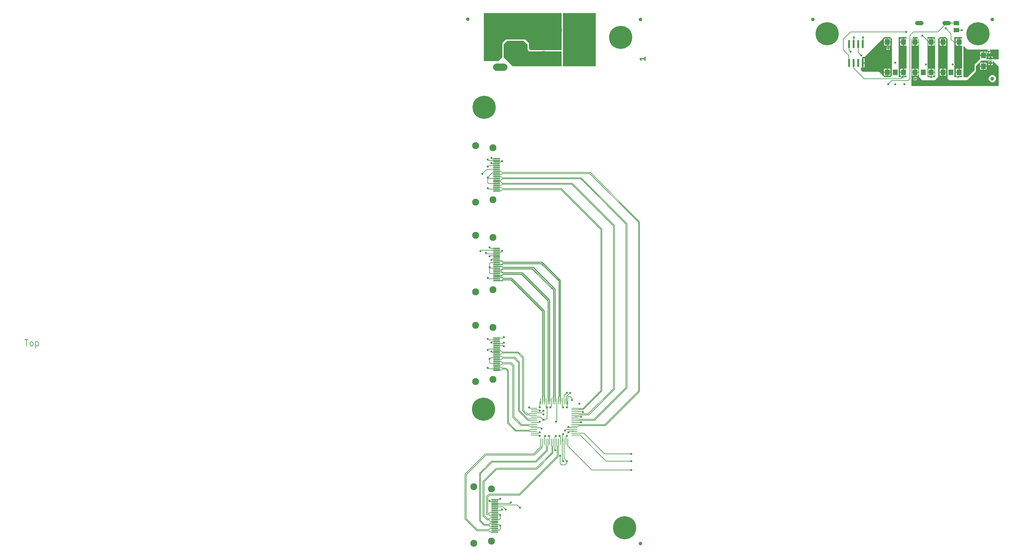
<source format=gbr>
G04 EAGLE Gerber RS-274X export*
G75*
%MOMM*%
%FSLAX34Y34*%
%LPD*%
%INTop Copper*%
%IPPOS*%
%AMOC8*
5,1,8,0,0,1.08239X$1,22.5*%
G01*
%ADD10C,0.355600*%
%ADD11C,0.152400*%
%ADD12R,0.700000X0.900000*%
%ADD13R,0.900000X0.700000*%
%ADD14R,1.400000X1.600000*%
%ADD15R,1.600000X1.400000*%
%ADD16C,2.000000*%
%ADD17C,1.000000*%
%ADD18R,1.900000X0.300000*%
%ADD19C,1.950000*%
%ADD20R,0.600000X2.200000*%
%ADD21R,6.200000X5.800000*%
%ADD22R,3.000000X1.600000*%
%ADD23R,1.500000X1.300000*%
%ADD24C,1.219200*%
%ADD25C,6.451600*%
%ADD26R,1.651900X0.280000*%
%ADD27R,0.280000X1.651900*%
%ADD28C,0.257000*%
%ADD29C,0.600000*%
%ADD30C,0.150000*%

G36*
X105090Y1364254D02*
X105090Y1364254D01*
X105181Y1364261D01*
X105211Y1364273D01*
X105243Y1364279D01*
X105323Y1364321D01*
X105407Y1364357D01*
X105439Y1364383D01*
X105460Y1364394D01*
X105482Y1364417D01*
X105538Y1364462D01*
X115538Y1374462D01*
X115591Y1374536D01*
X115651Y1374605D01*
X115663Y1374635D01*
X115682Y1374661D01*
X115709Y1374748D01*
X115743Y1374833D01*
X115747Y1374874D01*
X115754Y1374897D01*
X115753Y1374929D01*
X115761Y1375000D01*
X115761Y1414685D01*
X125315Y1424239D01*
X179685Y1424239D01*
X189239Y1414685D01*
X189239Y1400000D01*
X189241Y1399987D01*
X189240Y1399978D01*
X189250Y1399930D01*
X189254Y1399910D01*
X189261Y1399819D01*
X189273Y1399789D01*
X189279Y1399757D01*
X189321Y1399677D01*
X189357Y1399593D01*
X189383Y1399561D01*
X189394Y1399540D01*
X189417Y1399518D01*
X189462Y1399462D01*
X194462Y1394462D01*
X194536Y1394409D01*
X194605Y1394349D01*
X194635Y1394337D01*
X194661Y1394318D01*
X194748Y1394291D01*
X194833Y1394257D01*
X194874Y1394253D01*
X194897Y1394246D01*
X194929Y1394247D01*
X195000Y1394239D01*
X280000Y1394239D01*
X280020Y1394242D01*
X280039Y1394240D01*
X280141Y1394262D01*
X280243Y1394279D01*
X280260Y1394288D01*
X280280Y1394292D01*
X280369Y1394345D01*
X280460Y1394394D01*
X280474Y1394408D01*
X280491Y1394418D01*
X280558Y1394497D01*
X280630Y1394572D01*
X280638Y1394590D01*
X280651Y1394605D01*
X280690Y1394701D01*
X280733Y1394795D01*
X280735Y1394815D01*
X280743Y1394833D01*
X280761Y1395000D01*
X280761Y1496738D01*
X280758Y1496758D01*
X280760Y1496777D01*
X280738Y1496879D01*
X280722Y1496981D01*
X280712Y1496998D01*
X280708Y1497018D01*
X280655Y1497107D01*
X280606Y1497198D01*
X280592Y1497212D01*
X280582Y1497229D01*
X280503Y1497296D01*
X280428Y1497368D01*
X280410Y1497376D01*
X280395Y1497389D01*
X280299Y1497428D01*
X280205Y1497471D01*
X280185Y1497473D01*
X280167Y1497481D01*
X280000Y1497499D01*
X65000Y1497499D01*
X64980Y1497496D01*
X64961Y1497498D01*
X64859Y1497476D01*
X64757Y1497460D01*
X64740Y1497450D01*
X64720Y1497446D01*
X64631Y1497393D01*
X64540Y1497344D01*
X64526Y1497330D01*
X64509Y1497320D01*
X64442Y1497241D01*
X64370Y1497166D01*
X64362Y1497148D01*
X64349Y1497133D01*
X64310Y1497037D01*
X64267Y1496943D01*
X64265Y1496923D01*
X64257Y1496905D01*
X64239Y1496738D01*
X64239Y1365000D01*
X64242Y1364980D01*
X64240Y1364961D01*
X64262Y1364859D01*
X64279Y1364757D01*
X64288Y1364740D01*
X64292Y1364720D01*
X64345Y1364631D01*
X64394Y1364540D01*
X64408Y1364526D01*
X64418Y1364509D01*
X64497Y1364442D01*
X64572Y1364371D01*
X64590Y1364362D01*
X64605Y1364349D01*
X64701Y1364310D01*
X64795Y1364267D01*
X64815Y1364265D01*
X64833Y1364257D01*
X65000Y1364239D01*
X105000Y1364239D01*
X105090Y1364254D01*
G37*
G36*
X375020Y1349242D02*
X375020Y1349242D01*
X375039Y1349240D01*
X375141Y1349262D01*
X375243Y1349279D01*
X375260Y1349288D01*
X375280Y1349292D01*
X375369Y1349345D01*
X375460Y1349394D01*
X375474Y1349408D01*
X375491Y1349418D01*
X375558Y1349497D01*
X375630Y1349572D01*
X375638Y1349590D01*
X375651Y1349605D01*
X375690Y1349701D01*
X375733Y1349795D01*
X375735Y1349815D01*
X375743Y1349833D01*
X375761Y1350000D01*
X375761Y1496738D01*
X375758Y1496758D01*
X375760Y1496777D01*
X375738Y1496879D01*
X375722Y1496981D01*
X375712Y1496998D01*
X375708Y1497018D01*
X375655Y1497107D01*
X375606Y1497198D01*
X375592Y1497212D01*
X375582Y1497229D01*
X375503Y1497296D01*
X375428Y1497368D01*
X375410Y1497376D01*
X375395Y1497389D01*
X375299Y1497428D01*
X375205Y1497471D01*
X375185Y1497473D01*
X375167Y1497481D01*
X375000Y1497499D01*
X285000Y1497499D01*
X284980Y1497496D01*
X284961Y1497498D01*
X284859Y1497476D01*
X284757Y1497460D01*
X284740Y1497450D01*
X284720Y1497446D01*
X284631Y1497393D01*
X284540Y1497344D01*
X284526Y1497330D01*
X284509Y1497320D01*
X284442Y1497241D01*
X284371Y1497166D01*
X284362Y1497148D01*
X284349Y1497133D01*
X284310Y1497037D01*
X284267Y1496943D01*
X284265Y1496923D01*
X284257Y1496905D01*
X284239Y1496738D01*
X284239Y1350000D01*
X284242Y1349980D01*
X284240Y1349961D01*
X284262Y1349859D01*
X284279Y1349757D01*
X284288Y1349740D01*
X284292Y1349720D01*
X284345Y1349631D01*
X284394Y1349540D01*
X284408Y1349526D01*
X284418Y1349509D01*
X284497Y1349442D01*
X284572Y1349371D01*
X284590Y1349362D01*
X284605Y1349349D01*
X284701Y1349310D01*
X284795Y1349267D01*
X284815Y1349265D01*
X284833Y1349257D01*
X285000Y1349239D01*
X375000Y1349239D01*
X375020Y1349242D01*
G37*
G36*
X1496760Y1294242D02*
X1496760Y1294242D01*
X1496782Y1294240D01*
X1496881Y1294262D01*
X1496981Y1294279D01*
X1497001Y1294289D01*
X1497022Y1294294D01*
X1497109Y1294346D01*
X1497198Y1294394D01*
X1497214Y1294410D01*
X1497233Y1294422D01*
X1497298Y1294499D01*
X1497367Y1294572D01*
X1497377Y1294592D01*
X1497391Y1294610D01*
X1497429Y1294704D01*
X1497471Y1294795D01*
X1497474Y1294817D01*
X1497482Y1294838D01*
X1497499Y1295005D01*
X1497491Y1296234D01*
X1497493Y1296240D01*
X1497492Y1296272D01*
X1497499Y1296338D01*
X1497499Y1348262D01*
X1497485Y1348352D01*
X1497477Y1348443D01*
X1497465Y1348473D01*
X1497460Y1348505D01*
X1497417Y1348585D01*
X1497381Y1348669D01*
X1497355Y1348701D01*
X1497344Y1348722D01*
X1497321Y1348744D01*
X1497296Y1348776D01*
X1497294Y1348778D01*
X1497293Y1348780D01*
X1497276Y1348800D01*
X1482663Y1363413D01*
X1482624Y1363441D01*
X1482592Y1363477D01*
X1482525Y1363513D01*
X1482463Y1363557D01*
X1482418Y1363571D01*
X1482375Y1363594D01*
X1482301Y1363607D01*
X1482228Y1363629D01*
X1482180Y1363628D01*
X1482133Y1363636D01*
X1482058Y1363625D01*
X1481982Y1363623D01*
X1481937Y1363606D01*
X1481890Y1363599D01*
X1481823Y1363565D01*
X1481751Y1363538D01*
X1481714Y1363508D01*
X1481671Y1363486D01*
X1481619Y1363432D01*
X1481559Y1363385D01*
X1481534Y1363344D01*
X1481500Y1363310D01*
X1481467Y1363242D01*
X1481426Y1363178D01*
X1481415Y1363131D01*
X1481394Y1363088D01*
X1481385Y1363013D01*
X1481366Y1362939D01*
X1481370Y1362891D01*
X1481364Y1362844D01*
X1481384Y1362716D01*
X1481386Y1362694D01*
X1481388Y1362688D01*
X1481390Y1362678D01*
X1481501Y1362263D01*
X1481501Y1360023D01*
X1476523Y1360023D01*
X1476523Y1364001D01*
X1479763Y1364001D01*
X1480178Y1363890D01*
X1480226Y1363885D01*
X1480272Y1363871D01*
X1480347Y1363873D01*
X1480423Y1363865D01*
X1480469Y1363876D01*
X1480517Y1363877D01*
X1480589Y1363903D01*
X1480663Y1363920D01*
X1480703Y1363945D01*
X1480748Y1363962D01*
X1480808Y1364009D01*
X1480872Y1364048D01*
X1480903Y1364085D01*
X1480941Y1364115D01*
X1480982Y1364179D01*
X1481030Y1364237D01*
X1481048Y1364282D01*
X1481074Y1364322D01*
X1481092Y1364396D01*
X1481120Y1364466D01*
X1481122Y1364514D01*
X1481134Y1364561D01*
X1481128Y1364636D01*
X1481131Y1364712D01*
X1481118Y1364758D01*
X1481115Y1364806D01*
X1481085Y1364876D01*
X1481064Y1364949D01*
X1481037Y1364988D01*
X1481018Y1365032D01*
X1480938Y1365133D01*
X1480925Y1365151D01*
X1480920Y1365155D01*
X1480913Y1365163D01*
X1480538Y1365538D01*
X1480464Y1365591D01*
X1480395Y1365651D01*
X1480365Y1365663D01*
X1480339Y1365682D01*
X1480252Y1365709D01*
X1480167Y1365743D01*
X1480126Y1365747D01*
X1480104Y1365754D01*
X1480071Y1365753D01*
X1480000Y1365761D01*
X1450000Y1365761D01*
X1449910Y1365747D01*
X1449819Y1365739D01*
X1449789Y1365727D01*
X1449757Y1365722D01*
X1449677Y1365679D01*
X1449593Y1365643D01*
X1449561Y1365617D01*
X1449540Y1365606D01*
X1449518Y1365583D01*
X1449462Y1365538D01*
X1434462Y1350538D01*
X1434409Y1350464D01*
X1434349Y1350395D01*
X1434337Y1350365D01*
X1434318Y1350339D01*
X1434291Y1350252D01*
X1434257Y1350167D01*
X1434253Y1350126D01*
X1434246Y1350103D01*
X1434247Y1350071D01*
X1434239Y1350000D01*
X1434239Y1335315D01*
X1409685Y1310761D01*
X1360315Y1310761D01*
X1355761Y1315315D01*
X1355761Y1425000D01*
X1355747Y1425090D01*
X1355739Y1425181D01*
X1355727Y1425211D01*
X1355722Y1425243D01*
X1355679Y1425323D01*
X1355643Y1425407D01*
X1355617Y1425439D01*
X1355606Y1425460D01*
X1355583Y1425482D01*
X1355538Y1425538D01*
X1350538Y1430538D01*
X1350464Y1430591D01*
X1350395Y1430651D01*
X1350365Y1430663D01*
X1350339Y1430682D01*
X1350252Y1430709D01*
X1350167Y1430743D01*
X1350126Y1430747D01*
X1350103Y1430754D01*
X1350071Y1430753D01*
X1350000Y1430761D01*
X1335000Y1430761D01*
X1334910Y1430747D01*
X1334819Y1430739D01*
X1334789Y1430727D01*
X1334757Y1430722D01*
X1334677Y1430679D01*
X1334593Y1430643D01*
X1334561Y1430617D01*
X1334540Y1430606D01*
X1334518Y1430583D01*
X1334462Y1430538D01*
X1329462Y1425538D01*
X1329409Y1425464D01*
X1329349Y1425395D01*
X1329337Y1425365D01*
X1329318Y1425339D01*
X1329291Y1425252D01*
X1329257Y1425167D01*
X1329253Y1425126D01*
X1329246Y1425103D01*
X1329247Y1425071D01*
X1329239Y1425000D01*
X1329239Y1320315D01*
X1319685Y1310761D01*
X1285315Y1310761D01*
X1275761Y1320315D01*
X1275761Y1425000D01*
X1275747Y1425090D01*
X1275739Y1425181D01*
X1275727Y1425211D01*
X1275722Y1425243D01*
X1275679Y1425323D01*
X1275643Y1425407D01*
X1275617Y1425440D01*
X1275606Y1425460D01*
X1275583Y1425482D01*
X1275538Y1425538D01*
X1275300Y1425776D01*
X1275242Y1425818D01*
X1275190Y1425868D01*
X1275143Y1425889D01*
X1275100Y1425920D01*
X1275032Y1425941D01*
X1274967Y1425971D01*
X1274915Y1425977D01*
X1274865Y1425992D01*
X1274794Y1425990D01*
X1274723Y1425998D01*
X1274672Y1425987D01*
X1274620Y1425986D01*
X1274552Y1425961D01*
X1274482Y1425946D01*
X1274437Y1425919D01*
X1274389Y1425901D01*
X1274333Y1425857D01*
X1274271Y1425820D01*
X1274237Y1425780D01*
X1274196Y1425748D01*
X1274158Y1425687D01*
X1274111Y1425633D01*
X1274092Y1425584D01*
X1274064Y1425541D01*
X1274046Y1425471D01*
X1274019Y1425405D01*
X1274011Y1425333D01*
X1274003Y1425302D01*
X1274005Y1425279D01*
X1274001Y1425238D01*
X1274001Y1418523D01*
X1266523Y1418523D01*
X1266523Y1427001D01*
X1272238Y1427001D01*
X1272309Y1427012D01*
X1272380Y1427014D01*
X1272429Y1427032D01*
X1272481Y1427040D01*
X1272544Y1427074D01*
X1272611Y1427099D01*
X1272652Y1427131D01*
X1272698Y1427156D01*
X1272747Y1427207D01*
X1272803Y1427252D01*
X1272832Y1427296D01*
X1272868Y1427334D01*
X1272898Y1427399D01*
X1272936Y1427459D01*
X1272949Y1427510D01*
X1272971Y1427557D01*
X1272979Y1427628D01*
X1272997Y1427698D01*
X1272992Y1427750D01*
X1272998Y1427801D01*
X1272983Y1427872D01*
X1272977Y1427943D01*
X1272957Y1427991D01*
X1272946Y1428042D01*
X1272909Y1428103D01*
X1272881Y1428169D01*
X1272836Y1428225D01*
X1272820Y1428253D01*
X1272802Y1428268D01*
X1272776Y1428300D01*
X1270538Y1430538D01*
X1270464Y1430591D01*
X1270395Y1430651D01*
X1270365Y1430663D01*
X1270339Y1430682D01*
X1270252Y1430709D01*
X1270167Y1430743D01*
X1270126Y1430747D01*
X1270103Y1430754D01*
X1270071Y1430753D01*
X1270000Y1430761D01*
X1260000Y1430761D01*
X1259910Y1430747D01*
X1259819Y1430739D01*
X1259789Y1430727D01*
X1259757Y1430722D01*
X1259677Y1430679D01*
X1259593Y1430643D01*
X1259561Y1430617D01*
X1259540Y1430606D01*
X1259518Y1430583D01*
X1259462Y1430538D01*
X1257224Y1428300D01*
X1257182Y1428242D01*
X1257132Y1428190D01*
X1257110Y1428143D01*
X1257080Y1428101D01*
X1257059Y1428032D01*
X1257029Y1427967D01*
X1257023Y1427915D01*
X1257008Y1427865D01*
X1257010Y1427794D01*
X1257002Y1427723D01*
X1257013Y1427672D01*
X1257014Y1427620D01*
X1257039Y1427552D01*
X1257054Y1427482D01*
X1257081Y1427438D01*
X1257099Y1427389D01*
X1257143Y1427333D01*
X1257180Y1427271D01*
X1257220Y1427237D01*
X1257252Y1427197D01*
X1257313Y1427158D01*
X1257367Y1427111D01*
X1257415Y1427092D01*
X1257459Y1427064D01*
X1257529Y1427046D01*
X1257595Y1427019D01*
X1257667Y1427011D01*
X1257698Y1427003D01*
X1257721Y1427005D01*
X1257762Y1427001D01*
X1263477Y1427001D01*
X1263477Y1418523D01*
X1255999Y1418523D01*
X1255999Y1425238D01*
X1255988Y1425309D01*
X1255986Y1425380D01*
X1255968Y1425429D01*
X1255960Y1425481D01*
X1255926Y1425544D01*
X1255901Y1425611D01*
X1255869Y1425652D01*
X1255844Y1425698D01*
X1255793Y1425747D01*
X1255748Y1425803D01*
X1255704Y1425832D01*
X1255666Y1425868D01*
X1255601Y1425898D01*
X1255541Y1425936D01*
X1255490Y1425949D01*
X1255443Y1425971D01*
X1255372Y1425979D01*
X1255302Y1425997D01*
X1255250Y1425992D01*
X1255199Y1425998D01*
X1255128Y1425983D01*
X1255057Y1425977D01*
X1255009Y1425957D01*
X1254958Y1425946D01*
X1254897Y1425909D01*
X1254831Y1425881D01*
X1254775Y1425836D01*
X1254747Y1425820D01*
X1254732Y1425802D01*
X1254700Y1425776D01*
X1254462Y1425538D01*
X1254409Y1425464D01*
X1254349Y1425395D01*
X1254337Y1425365D01*
X1254318Y1425339D01*
X1254291Y1425252D01*
X1254257Y1425167D01*
X1254253Y1425126D01*
X1254246Y1425103D01*
X1254247Y1425071D01*
X1254239Y1425000D01*
X1254239Y1295000D01*
X1254242Y1294980D01*
X1254240Y1294961D01*
X1254262Y1294859D01*
X1254279Y1294757D01*
X1254288Y1294740D01*
X1254292Y1294720D01*
X1254345Y1294631D01*
X1254394Y1294540D01*
X1254408Y1294526D01*
X1254418Y1294509D01*
X1254497Y1294442D01*
X1254572Y1294371D01*
X1254590Y1294362D01*
X1254605Y1294349D01*
X1254701Y1294310D01*
X1254795Y1294267D01*
X1254815Y1294265D01*
X1254833Y1294257D01*
X1255000Y1294239D01*
X1496738Y1294239D01*
X1496760Y1294242D01*
G37*
G36*
X280020Y1349242D02*
X280020Y1349242D01*
X280039Y1349240D01*
X280141Y1349262D01*
X280243Y1349279D01*
X280260Y1349288D01*
X280280Y1349292D01*
X280369Y1349345D01*
X280460Y1349394D01*
X280474Y1349408D01*
X280491Y1349418D01*
X280558Y1349497D01*
X280630Y1349572D01*
X280638Y1349590D01*
X280651Y1349605D01*
X280690Y1349701D01*
X280733Y1349795D01*
X280735Y1349815D01*
X280743Y1349833D01*
X280761Y1350000D01*
X280761Y1390000D01*
X280758Y1390020D01*
X280760Y1390039D01*
X280738Y1390141D01*
X280722Y1390243D01*
X280712Y1390260D01*
X280708Y1390280D01*
X280655Y1390369D01*
X280606Y1390460D01*
X280592Y1390474D01*
X280582Y1390491D01*
X280503Y1390558D01*
X280428Y1390630D01*
X280410Y1390638D01*
X280395Y1390651D01*
X280299Y1390690D01*
X280205Y1390733D01*
X280185Y1390735D01*
X280167Y1390743D01*
X280000Y1390761D01*
X190315Y1390761D01*
X185761Y1395315D01*
X185761Y1410000D01*
X185747Y1410090D01*
X185739Y1410181D01*
X185727Y1410211D01*
X185722Y1410243D01*
X185679Y1410323D01*
X185643Y1410407D01*
X185617Y1410439D01*
X185606Y1410460D01*
X185583Y1410482D01*
X185538Y1410538D01*
X175538Y1420538D01*
X175464Y1420591D01*
X175395Y1420651D01*
X175365Y1420663D01*
X175339Y1420682D01*
X175252Y1420709D01*
X175167Y1420743D01*
X175126Y1420747D01*
X175103Y1420754D01*
X175071Y1420753D01*
X175000Y1420761D01*
X130000Y1420761D01*
X129910Y1420747D01*
X129819Y1420739D01*
X129789Y1420727D01*
X129757Y1420722D01*
X129677Y1420679D01*
X129593Y1420643D01*
X129561Y1420617D01*
X129540Y1420606D01*
X129518Y1420583D01*
X129462Y1420538D01*
X119462Y1410538D01*
X119409Y1410464D01*
X119349Y1410395D01*
X119337Y1410365D01*
X119318Y1410339D01*
X119291Y1410252D01*
X119257Y1410167D01*
X119253Y1410126D01*
X119246Y1410103D01*
X119247Y1410071D01*
X119239Y1410000D01*
X119239Y1375000D01*
X119254Y1374910D01*
X119261Y1374819D01*
X119273Y1374789D01*
X119279Y1374757D01*
X119321Y1374677D01*
X119357Y1374593D01*
X119383Y1374561D01*
X119394Y1374540D01*
X119417Y1374518D01*
X119462Y1374462D01*
X144462Y1349462D01*
X144536Y1349409D01*
X144605Y1349349D01*
X144635Y1349337D01*
X144661Y1349318D01*
X144748Y1349291D01*
X144833Y1349257D01*
X144874Y1349253D01*
X144897Y1349246D01*
X144929Y1349247D01*
X145000Y1349239D01*
X280000Y1349239D01*
X280020Y1349242D01*
G37*
G36*
X1195090Y1319254D02*
X1195090Y1319254D01*
X1195181Y1319261D01*
X1195211Y1319273D01*
X1195243Y1319279D01*
X1195323Y1319321D01*
X1195407Y1319357D01*
X1195439Y1319383D01*
X1195460Y1319394D01*
X1195482Y1319417D01*
X1195538Y1319462D01*
X1200538Y1324462D01*
X1200591Y1324536D01*
X1200651Y1324605D01*
X1200663Y1324635D01*
X1200682Y1324661D01*
X1200709Y1324748D01*
X1200743Y1324833D01*
X1200747Y1324874D01*
X1200754Y1324897D01*
X1200753Y1324929D01*
X1200761Y1325000D01*
X1200761Y1425000D01*
X1200747Y1425090D01*
X1200739Y1425181D01*
X1200727Y1425211D01*
X1200722Y1425243D01*
X1200679Y1425323D01*
X1200643Y1425407D01*
X1200617Y1425439D01*
X1200606Y1425460D01*
X1200583Y1425482D01*
X1200538Y1425538D01*
X1195538Y1430538D01*
X1195464Y1430591D01*
X1195395Y1430651D01*
X1195365Y1430663D01*
X1195339Y1430682D01*
X1195252Y1430709D01*
X1195167Y1430743D01*
X1195126Y1430747D01*
X1195103Y1430754D01*
X1195071Y1430753D01*
X1195000Y1430761D01*
X1180000Y1430761D01*
X1179910Y1430747D01*
X1179819Y1430739D01*
X1179789Y1430727D01*
X1179757Y1430722D01*
X1179677Y1430679D01*
X1179593Y1430643D01*
X1179561Y1430617D01*
X1179540Y1430606D01*
X1179518Y1430583D01*
X1179462Y1430538D01*
X1124685Y1375761D01*
X1120000Y1375761D01*
X1119910Y1375747D01*
X1119819Y1375739D01*
X1119789Y1375727D01*
X1119757Y1375722D01*
X1119677Y1375679D01*
X1119593Y1375643D01*
X1119561Y1375617D01*
X1119540Y1375606D01*
X1119518Y1375583D01*
X1119462Y1375538D01*
X1117224Y1373300D01*
X1117182Y1373242D01*
X1117132Y1373190D01*
X1117110Y1373143D01*
X1117080Y1373101D01*
X1117059Y1373032D01*
X1117029Y1372967D01*
X1117023Y1372915D01*
X1117008Y1372865D01*
X1117010Y1372794D01*
X1117002Y1372723D01*
X1117013Y1372672D01*
X1117014Y1372620D01*
X1117039Y1372552D01*
X1117054Y1372482D01*
X1117081Y1372438D01*
X1117099Y1372389D01*
X1117143Y1372333D01*
X1117180Y1372271D01*
X1117220Y1372237D01*
X1117252Y1372197D01*
X1117313Y1372158D01*
X1117367Y1372111D01*
X1117415Y1372092D01*
X1117459Y1372064D01*
X1117529Y1372046D01*
X1117551Y1372037D01*
X1117551Y1359738D01*
X1117554Y1359719D01*
X1117552Y1359699D01*
X1117574Y1359597D01*
X1117590Y1359495D01*
X1117600Y1359478D01*
X1117604Y1359458D01*
X1117657Y1359369D01*
X1117706Y1359278D01*
X1117720Y1359264D01*
X1117730Y1359247D01*
X1117809Y1359180D01*
X1117884Y1359109D01*
X1117902Y1359100D01*
X1117917Y1359087D01*
X1118013Y1359049D01*
X1118107Y1359005D01*
X1118127Y1359003D01*
X1118145Y1358996D01*
X1118069Y1358983D01*
X1118052Y1358974D01*
X1118032Y1358970D01*
X1117943Y1358917D01*
X1117852Y1358868D01*
X1117838Y1358854D01*
X1117821Y1358844D01*
X1117754Y1358765D01*
X1117682Y1358690D01*
X1117674Y1358672D01*
X1117661Y1358657D01*
X1117622Y1358560D01*
X1117579Y1358467D01*
X1117577Y1358447D01*
X1117569Y1358429D01*
X1117551Y1358262D01*
X1117551Y1345999D01*
X1115787Y1345999D01*
X1115197Y1346157D01*
X1115078Y1346169D01*
X1114961Y1346182D01*
X1114956Y1346181D01*
X1114952Y1346182D01*
X1114837Y1346155D01*
X1114720Y1346130D01*
X1114717Y1346128D01*
X1114713Y1346127D01*
X1114611Y1346065D01*
X1114509Y1346004D01*
X1114506Y1346001D01*
X1114503Y1345998D01*
X1114426Y1345907D01*
X1114349Y1345817D01*
X1114348Y1345813D01*
X1114345Y1345810D01*
X1114302Y1345699D01*
X1114257Y1345589D01*
X1114257Y1345584D01*
X1114255Y1345581D01*
X1114255Y1345567D01*
X1114239Y1345422D01*
X1114239Y1340000D01*
X1114254Y1339910D01*
X1114261Y1339819D01*
X1114273Y1339789D01*
X1114279Y1339757D01*
X1114321Y1339677D01*
X1114357Y1339593D01*
X1114383Y1339561D01*
X1114394Y1339540D01*
X1114417Y1339518D01*
X1114462Y1339462D01*
X1119462Y1334462D01*
X1119536Y1334409D01*
X1119605Y1334349D01*
X1119635Y1334337D01*
X1119661Y1334318D01*
X1119748Y1334291D01*
X1119833Y1334257D01*
X1119874Y1334253D01*
X1119897Y1334246D01*
X1119929Y1334247D01*
X1120000Y1334239D01*
X1164685Y1334239D01*
X1179462Y1319462D01*
X1179536Y1319409D01*
X1179605Y1319349D01*
X1179635Y1319337D01*
X1179661Y1319318D01*
X1179748Y1319291D01*
X1179833Y1319257D01*
X1179874Y1319253D01*
X1179897Y1319246D01*
X1179929Y1319247D01*
X1180000Y1319239D01*
X1195000Y1319239D01*
X1195090Y1319254D01*
G37*
G36*
X1410090Y1319254D02*
X1410090Y1319254D01*
X1410181Y1319261D01*
X1410211Y1319273D01*
X1410243Y1319279D01*
X1410323Y1319321D01*
X1410407Y1319357D01*
X1410439Y1319383D01*
X1410460Y1319394D01*
X1410482Y1319417D01*
X1410538Y1319462D01*
X1430538Y1339462D01*
X1430591Y1339536D01*
X1430651Y1339605D01*
X1430663Y1339635D01*
X1430682Y1339661D01*
X1430709Y1339748D01*
X1430743Y1339833D01*
X1430747Y1339874D01*
X1430754Y1339897D01*
X1430753Y1339929D01*
X1430761Y1340000D01*
X1430761Y1354685D01*
X1445315Y1369239D01*
X1446094Y1369239D01*
X1446165Y1369250D01*
X1446236Y1369252D01*
X1446285Y1369270D01*
X1446337Y1369279D01*
X1446400Y1369312D01*
X1446467Y1369337D01*
X1446508Y1369369D01*
X1446554Y1369394D01*
X1446603Y1369446D01*
X1446659Y1369490D01*
X1446688Y1369534D01*
X1446723Y1369572D01*
X1446754Y1369637D01*
X1446792Y1369697D01*
X1446805Y1369748D01*
X1446827Y1369795D01*
X1446835Y1369866D01*
X1446853Y1369936D01*
X1446848Y1369988D01*
X1446854Y1370039D01*
X1446839Y1370110D01*
X1446833Y1370181D01*
X1446813Y1370229D01*
X1446802Y1370280D01*
X1446765Y1370341D01*
X1446737Y1370407D01*
X1446692Y1370463D01*
X1446676Y1370491D01*
X1446658Y1370506D01*
X1446632Y1370538D01*
X1446399Y1370772D01*
X1446136Y1371228D01*
X1445999Y1371737D01*
X1445999Y1378477D01*
X1454238Y1378477D01*
X1454258Y1378480D01*
X1454277Y1378478D01*
X1454379Y1378500D01*
X1454481Y1378517D01*
X1454498Y1378526D01*
X1454518Y1378530D01*
X1454607Y1378583D01*
X1454698Y1378632D01*
X1454712Y1378646D01*
X1454729Y1378656D01*
X1454796Y1378735D01*
X1454867Y1378810D01*
X1454876Y1378828D01*
X1454889Y1378843D01*
X1454928Y1378939D01*
X1454971Y1379033D01*
X1454973Y1379053D01*
X1454981Y1379071D01*
X1454999Y1379238D01*
X1454999Y1380001D01*
X1455001Y1380001D01*
X1455001Y1379238D01*
X1455004Y1379218D01*
X1455002Y1379199D01*
X1455024Y1379097D01*
X1455041Y1378995D01*
X1455050Y1378978D01*
X1455054Y1378958D01*
X1455107Y1378869D01*
X1455156Y1378778D01*
X1455170Y1378764D01*
X1455180Y1378747D01*
X1455259Y1378680D01*
X1455334Y1378609D01*
X1455352Y1378600D01*
X1455367Y1378587D01*
X1455463Y1378548D01*
X1455557Y1378505D01*
X1455577Y1378503D01*
X1455595Y1378495D01*
X1455762Y1378477D01*
X1464001Y1378477D01*
X1464001Y1371737D01*
X1463864Y1371228D01*
X1463601Y1370772D01*
X1463368Y1370538D01*
X1463326Y1370480D01*
X1463277Y1370428D01*
X1463255Y1370381D01*
X1463224Y1370339D01*
X1463203Y1370270D01*
X1463173Y1370205D01*
X1463167Y1370153D01*
X1463152Y1370104D01*
X1463154Y1370032D01*
X1463146Y1369961D01*
X1463157Y1369910D01*
X1463158Y1369858D01*
X1463183Y1369790D01*
X1463198Y1369720D01*
X1463225Y1369675D01*
X1463243Y1369627D01*
X1463287Y1369571D01*
X1463324Y1369509D01*
X1463364Y1369475D01*
X1463396Y1369435D01*
X1463457Y1369396D01*
X1463511Y1369349D01*
X1463560Y1369330D01*
X1463603Y1369302D01*
X1463673Y1369284D01*
X1463739Y1369257D01*
X1463811Y1369249D01*
X1463842Y1369241D01*
X1463865Y1369243D01*
X1463906Y1369239D01*
X1467738Y1369239D01*
X1467758Y1369242D01*
X1467777Y1369240D01*
X1467879Y1369262D01*
X1467981Y1369279D01*
X1467998Y1369288D01*
X1468018Y1369292D01*
X1468107Y1369345D01*
X1468198Y1369394D01*
X1468212Y1369408D01*
X1468229Y1369418D01*
X1468296Y1369497D01*
X1468368Y1369572D01*
X1468376Y1369590D01*
X1468389Y1369605D01*
X1468428Y1369701D01*
X1468471Y1369795D01*
X1468473Y1369815D01*
X1468481Y1369833D01*
X1468497Y1369977D01*
X1474238Y1369977D01*
X1474258Y1369980D01*
X1474277Y1369978D01*
X1474379Y1370000D01*
X1474481Y1370017D01*
X1474498Y1370026D01*
X1474518Y1370030D01*
X1474607Y1370083D01*
X1474698Y1370132D01*
X1474712Y1370146D01*
X1474729Y1370156D01*
X1474796Y1370235D01*
X1474867Y1370310D01*
X1474876Y1370328D01*
X1474889Y1370343D01*
X1474928Y1370439D01*
X1474971Y1370533D01*
X1474973Y1370553D01*
X1474981Y1370571D01*
X1474999Y1370738D01*
X1474999Y1371501D01*
X1475001Y1371501D01*
X1475001Y1370738D01*
X1475004Y1370718D01*
X1475002Y1370699D01*
X1475024Y1370597D01*
X1475041Y1370495D01*
X1475050Y1370478D01*
X1475054Y1370458D01*
X1475107Y1370369D01*
X1475156Y1370278D01*
X1475170Y1370264D01*
X1475180Y1370247D01*
X1475259Y1370180D01*
X1475334Y1370109D01*
X1475352Y1370100D01*
X1475367Y1370087D01*
X1475463Y1370048D01*
X1475557Y1370005D01*
X1475577Y1370003D01*
X1475595Y1369995D01*
X1475762Y1369977D01*
X1481504Y1369977D01*
X1481502Y1369961D01*
X1481524Y1369859D01*
X1481540Y1369757D01*
X1481550Y1369740D01*
X1481554Y1369720D01*
X1481607Y1369631D01*
X1481656Y1369540D01*
X1481670Y1369526D01*
X1481680Y1369509D01*
X1481759Y1369442D01*
X1481834Y1369371D01*
X1481852Y1369362D01*
X1481867Y1369349D01*
X1481963Y1369310D01*
X1482057Y1369267D01*
X1482077Y1369265D01*
X1482095Y1369257D01*
X1482262Y1369239D01*
X1496738Y1369239D01*
X1496758Y1369242D01*
X1496777Y1369240D01*
X1496879Y1369262D01*
X1496981Y1369279D01*
X1496998Y1369288D01*
X1497018Y1369292D01*
X1497107Y1369345D01*
X1497198Y1369394D01*
X1497212Y1369408D01*
X1497229Y1369418D01*
X1497296Y1369497D01*
X1497368Y1369572D01*
X1497376Y1369590D01*
X1497389Y1369605D01*
X1497428Y1369701D01*
X1497471Y1369795D01*
X1497473Y1369815D01*
X1497481Y1369833D01*
X1497499Y1370000D01*
X1497499Y1395000D01*
X1497496Y1395020D01*
X1497498Y1395039D01*
X1497476Y1395141D01*
X1497460Y1395243D01*
X1497450Y1395260D01*
X1497446Y1395280D01*
X1497393Y1395369D01*
X1497344Y1395460D01*
X1497330Y1395474D01*
X1497320Y1395491D01*
X1497241Y1395558D01*
X1497166Y1395630D01*
X1497148Y1395638D01*
X1497133Y1395651D01*
X1497037Y1395690D01*
X1496943Y1395733D01*
X1496923Y1395735D01*
X1496905Y1395743D01*
X1496738Y1395761D01*
X1472864Y1395761D01*
X1472816Y1395754D01*
X1472768Y1395755D01*
X1472696Y1395734D01*
X1472621Y1395722D01*
X1472579Y1395699D01*
X1472533Y1395685D01*
X1472470Y1395642D01*
X1472404Y1395606D01*
X1472371Y1395572D01*
X1472331Y1395544D01*
X1472286Y1395483D01*
X1472234Y1395428D01*
X1472214Y1395385D01*
X1472186Y1395346D01*
X1472163Y1395274D01*
X1472131Y1395205D01*
X1472125Y1395157D01*
X1472111Y1395112D01*
X1472112Y1395036D01*
X1472103Y1394961D01*
X1472114Y1394914D01*
X1472114Y1394866D01*
X1472140Y1394794D01*
X1472156Y1394720D01*
X1472180Y1394679D01*
X1472196Y1394634D01*
X1472243Y1394574D01*
X1472282Y1394509D01*
X1472318Y1394478D01*
X1472348Y1394440D01*
X1472452Y1394364D01*
X1472469Y1394349D01*
X1472475Y1394347D01*
X1472483Y1394341D01*
X1473071Y1394002D01*
X1474002Y1393071D01*
X1474660Y1391930D01*
X1474943Y1390874D01*
X1470113Y1390874D01*
X1470094Y1390871D01*
X1470074Y1390873D01*
X1470014Y1390860D01*
X1469887Y1390874D01*
X1465057Y1390874D01*
X1465340Y1391930D01*
X1465998Y1393071D01*
X1466929Y1394002D01*
X1467517Y1394341D01*
X1467554Y1394371D01*
X1467596Y1394394D01*
X1467649Y1394449D01*
X1467707Y1394497D01*
X1467733Y1394537D01*
X1467766Y1394572D01*
X1467798Y1394641D01*
X1467838Y1394705D01*
X1467849Y1394752D01*
X1467869Y1394795D01*
X1467878Y1394870D01*
X1467895Y1394944D01*
X1467891Y1394992D01*
X1467897Y1395039D01*
X1467880Y1395114D01*
X1467874Y1395189D01*
X1467854Y1395233D01*
X1467844Y1395280D01*
X1467805Y1395345D01*
X1467775Y1395414D01*
X1467743Y1395450D01*
X1467718Y1395491D01*
X1467660Y1395540D01*
X1467609Y1395596D01*
X1467568Y1395620D01*
X1467531Y1395651D01*
X1467461Y1395679D01*
X1467395Y1395716D01*
X1467348Y1395725D01*
X1467303Y1395743D01*
X1467175Y1395757D01*
X1467153Y1395761D01*
X1467146Y1395760D01*
X1467136Y1395761D01*
X1410315Y1395761D01*
X1400538Y1405538D01*
X1400480Y1405580D01*
X1400428Y1405630D01*
X1400381Y1405652D01*
X1400339Y1405682D01*
X1400270Y1405703D01*
X1400205Y1405733D01*
X1400153Y1405739D01*
X1400103Y1405754D01*
X1400032Y1405752D01*
X1399961Y1405760D01*
X1399910Y1405749D01*
X1399858Y1405748D01*
X1399790Y1405723D01*
X1399720Y1405708D01*
X1399676Y1405681D01*
X1399627Y1405663D01*
X1399571Y1405619D01*
X1399509Y1405582D01*
X1399475Y1405542D01*
X1399435Y1405510D01*
X1399396Y1405449D01*
X1399349Y1405395D01*
X1399330Y1405347D01*
X1399302Y1405303D01*
X1399284Y1405233D01*
X1399257Y1405167D01*
X1399249Y1405095D01*
X1399241Y1405064D01*
X1399243Y1405041D01*
X1399239Y1405000D01*
X1399239Y1320000D01*
X1399242Y1319980D01*
X1399240Y1319961D01*
X1399262Y1319859D01*
X1399279Y1319757D01*
X1399288Y1319740D01*
X1399292Y1319720D01*
X1399345Y1319631D01*
X1399394Y1319540D01*
X1399408Y1319526D01*
X1399418Y1319509D01*
X1399497Y1319442D01*
X1399572Y1319371D01*
X1399590Y1319362D01*
X1399605Y1319349D01*
X1399701Y1319310D01*
X1399795Y1319267D01*
X1399815Y1319265D01*
X1399833Y1319257D01*
X1400000Y1319239D01*
X1410000Y1319239D01*
X1410090Y1319254D01*
G37*
G36*
X1309906Y1319242D02*
X1309906Y1319242D01*
X1309926Y1319240D01*
X1309986Y1319253D01*
X1310113Y1319239D01*
X1320000Y1319239D01*
X1320020Y1319242D01*
X1320039Y1319240D01*
X1320141Y1319262D01*
X1320243Y1319279D01*
X1320260Y1319288D01*
X1320280Y1319292D01*
X1320369Y1319345D01*
X1320460Y1319394D01*
X1320474Y1319408D01*
X1320491Y1319418D01*
X1320558Y1319497D01*
X1320630Y1319572D01*
X1320638Y1319590D01*
X1320651Y1319605D01*
X1320690Y1319701D01*
X1320733Y1319795D01*
X1320735Y1319815D01*
X1320743Y1319833D01*
X1320761Y1320000D01*
X1320761Y1430000D01*
X1320758Y1430020D01*
X1320760Y1430039D01*
X1320738Y1430141D01*
X1320722Y1430243D01*
X1320712Y1430260D01*
X1320708Y1430280D01*
X1320655Y1430369D01*
X1320606Y1430460D01*
X1320592Y1430474D01*
X1320582Y1430491D01*
X1320503Y1430558D01*
X1320428Y1430630D01*
X1320410Y1430638D01*
X1320395Y1430651D01*
X1320299Y1430690D01*
X1320205Y1430733D01*
X1320185Y1430735D01*
X1320167Y1430743D01*
X1320000Y1430761D01*
X1300000Y1430761D01*
X1299980Y1430758D01*
X1299961Y1430760D01*
X1299859Y1430738D01*
X1299757Y1430722D01*
X1299740Y1430712D01*
X1299720Y1430708D01*
X1299631Y1430655D01*
X1299540Y1430606D01*
X1299526Y1430592D01*
X1299509Y1430582D01*
X1299442Y1430503D01*
X1299371Y1430428D01*
X1299362Y1430410D01*
X1299349Y1430395D01*
X1299310Y1430299D01*
X1299267Y1430205D01*
X1299265Y1430185D01*
X1299257Y1430167D01*
X1299239Y1430000D01*
X1299239Y1357442D01*
X1299254Y1357351D01*
X1299261Y1357261D01*
X1299273Y1357231D01*
X1299279Y1357199D01*
X1299321Y1357118D01*
X1299357Y1357034D01*
X1299383Y1357002D01*
X1299394Y1356981D01*
X1299417Y1356959D01*
X1299462Y1356903D01*
X1299501Y1356864D01*
X1299501Y1353136D01*
X1299462Y1353097D01*
X1299409Y1353023D01*
X1299349Y1352953D01*
X1299337Y1352923D01*
X1299318Y1352897D01*
X1299291Y1352810D01*
X1299257Y1352725D01*
X1299253Y1352684D01*
X1299246Y1352662D01*
X1299247Y1352630D01*
X1299239Y1352558D01*
X1299239Y1320000D01*
X1299242Y1319980D01*
X1299240Y1319961D01*
X1299262Y1319859D01*
X1299279Y1319757D01*
X1299288Y1319740D01*
X1299292Y1319720D01*
X1299345Y1319631D01*
X1299394Y1319540D01*
X1299408Y1319526D01*
X1299418Y1319509D01*
X1299497Y1319442D01*
X1299572Y1319371D01*
X1299590Y1319362D01*
X1299605Y1319349D01*
X1299701Y1319310D01*
X1299795Y1319267D01*
X1299815Y1319265D01*
X1299833Y1319257D01*
X1300000Y1319239D01*
X1309887Y1319239D01*
X1309906Y1319242D01*
G37*
G36*
X1229906Y1319242D02*
X1229906Y1319242D01*
X1229926Y1319240D01*
X1229986Y1319253D01*
X1230113Y1319239D01*
X1240000Y1319239D01*
X1240020Y1319242D01*
X1240039Y1319240D01*
X1240141Y1319262D01*
X1240243Y1319279D01*
X1240260Y1319288D01*
X1240280Y1319292D01*
X1240369Y1319345D01*
X1240460Y1319394D01*
X1240474Y1319408D01*
X1240491Y1319418D01*
X1240558Y1319497D01*
X1240630Y1319572D01*
X1240638Y1319590D01*
X1240651Y1319605D01*
X1240690Y1319701D01*
X1240733Y1319795D01*
X1240735Y1319815D01*
X1240743Y1319833D01*
X1240761Y1320000D01*
X1240761Y1322275D01*
X1240742Y1322391D01*
X1240724Y1322510D01*
X1240722Y1322513D01*
X1240722Y1322517D01*
X1240666Y1322622D01*
X1240611Y1322728D01*
X1240608Y1322731D01*
X1240606Y1322735D01*
X1240521Y1322816D01*
X1240435Y1322899D01*
X1240431Y1322901D01*
X1240428Y1322904D01*
X1240320Y1322954D01*
X1240213Y1323005D01*
X1240209Y1323006D01*
X1240205Y1323008D01*
X1240086Y1323021D01*
X1239969Y1323035D01*
X1239964Y1323034D01*
X1239961Y1323035D01*
X1239947Y1323032D01*
X1239803Y1323010D01*
X1239763Y1322999D01*
X1235361Y1322999D01*
X1235267Y1322984D01*
X1235171Y1322975D01*
X1235146Y1322964D01*
X1235118Y1322960D01*
X1235034Y1322915D01*
X1234946Y1322876D01*
X1234925Y1322857D01*
X1234901Y1322844D01*
X1234835Y1322775D01*
X1234764Y1322710D01*
X1234751Y1322686D01*
X1234732Y1322666D01*
X1234691Y1322579D01*
X1234645Y1322495D01*
X1234640Y1322468D01*
X1234628Y1322443D01*
X1234618Y1322348D01*
X1234600Y1322253D01*
X1234604Y1322226D01*
X1234601Y1322199D01*
X1234621Y1322105D01*
X1234635Y1322010D01*
X1234644Y1321989D01*
X1234943Y1320874D01*
X1230113Y1320874D01*
X1230094Y1320871D01*
X1230074Y1320873D01*
X1230014Y1320860D01*
X1229887Y1320874D01*
X1225057Y1320874D01*
X1225340Y1321930D01*
X1225365Y1321973D01*
X1225407Y1322084D01*
X1225450Y1322195D01*
X1225450Y1322199D01*
X1225452Y1322203D01*
X1225456Y1322322D01*
X1225462Y1322441D01*
X1225461Y1322444D01*
X1225461Y1322449D01*
X1225427Y1322563D01*
X1225394Y1322677D01*
X1225392Y1322681D01*
X1225391Y1322685D01*
X1225323Y1322781D01*
X1225255Y1322880D01*
X1225252Y1322882D01*
X1225250Y1322886D01*
X1225154Y1322956D01*
X1225059Y1323028D01*
X1225054Y1323030D01*
X1225051Y1323032D01*
X1225039Y1323036D01*
X1224902Y1323089D01*
X1224728Y1323136D01*
X1224272Y1323399D01*
X1223899Y1323772D01*
X1223636Y1324228D01*
X1223499Y1324737D01*
X1223499Y1331477D01*
X1231738Y1331477D01*
X1231758Y1331480D01*
X1231777Y1331478D01*
X1231879Y1331500D01*
X1231981Y1331517D01*
X1231998Y1331526D01*
X1232018Y1331530D01*
X1232107Y1331583D01*
X1232198Y1331632D01*
X1232212Y1331646D01*
X1232229Y1331656D01*
X1232296Y1331735D01*
X1232367Y1331810D01*
X1232376Y1331828D01*
X1232389Y1331843D01*
X1232428Y1331939D01*
X1232471Y1332033D01*
X1232473Y1332053D01*
X1232481Y1332071D01*
X1232499Y1332238D01*
X1232499Y1333001D01*
X1233262Y1333001D01*
X1233282Y1333004D01*
X1233301Y1333002D01*
X1233403Y1333024D01*
X1233505Y1333041D01*
X1233522Y1333050D01*
X1233542Y1333054D01*
X1233631Y1333107D01*
X1233722Y1333156D01*
X1233736Y1333170D01*
X1233753Y1333180D01*
X1233820Y1333259D01*
X1233891Y1333334D01*
X1233900Y1333352D01*
X1233913Y1333367D01*
X1233952Y1333463D01*
X1233995Y1333557D01*
X1233997Y1333577D01*
X1234005Y1333595D01*
X1234023Y1333762D01*
X1234023Y1343001D01*
X1239763Y1343001D01*
X1239803Y1342990D01*
X1239921Y1342978D01*
X1240039Y1342965D01*
X1240044Y1342966D01*
X1240048Y1342966D01*
X1240163Y1342992D01*
X1240280Y1343017D01*
X1240283Y1343020D01*
X1240287Y1343021D01*
X1240388Y1343082D01*
X1240491Y1343144D01*
X1240494Y1343147D01*
X1240497Y1343149D01*
X1240573Y1343240D01*
X1240651Y1343331D01*
X1240652Y1343334D01*
X1240655Y1343338D01*
X1240698Y1343447D01*
X1240743Y1343559D01*
X1240743Y1343564D01*
X1240745Y1343567D01*
X1240745Y1343580D01*
X1240761Y1343725D01*
X1240761Y1406275D01*
X1240742Y1406391D01*
X1240724Y1406509D01*
X1240722Y1406513D01*
X1240722Y1406517D01*
X1240666Y1406622D01*
X1240611Y1406728D01*
X1240608Y1406731D01*
X1240606Y1406735D01*
X1240521Y1406816D01*
X1240435Y1406899D01*
X1240431Y1406901D01*
X1240428Y1406904D01*
X1240321Y1406954D01*
X1240213Y1407005D01*
X1240209Y1407006D01*
X1240205Y1407008D01*
X1240088Y1407021D01*
X1239969Y1407035D01*
X1239964Y1407034D01*
X1239961Y1407035D01*
X1239947Y1407032D01*
X1239803Y1407010D01*
X1239763Y1406999D01*
X1234023Y1406999D01*
X1234023Y1416238D01*
X1234020Y1416258D01*
X1234022Y1416277D01*
X1234000Y1416379D01*
X1233983Y1416481D01*
X1233974Y1416498D01*
X1233970Y1416518D01*
X1233917Y1416607D01*
X1233868Y1416698D01*
X1233854Y1416712D01*
X1233844Y1416729D01*
X1233765Y1416796D01*
X1233690Y1416867D01*
X1233672Y1416876D01*
X1233657Y1416889D01*
X1233561Y1416928D01*
X1233467Y1416971D01*
X1233447Y1416973D01*
X1233429Y1416981D01*
X1233262Y1416999D01*
X1232499Y1416999D01*
X1232499Y1417001D01*
X1233262Y1417001D01*
X1233282Y1417004D01*
X1233301Y1417002D01*
X1233403Y1417024D01*
X1233505Y1417041D01*
X1233522Y1417050D01*
X1233542Y1417054D01*
X1233631Y1417107D01*
X1233722Y1417156D01*
X1233736Y1417170D01*
X1233753Y1417180D01*
X1233820Y1417259D01*
X1233891Y1417334D01*
X1233900Y1417352D01*
X1233913Y1417367D01*
X1233952Y1417463D01*
X1233995Y1417557D01*
X1233997Y1417577D01*
X1234005Y1417595D01*
X1234023Y1417762D01*
X1234023Y1427001D01*
X1239763Y1427001D01*
X1239803Y1426990D01*
X1239921Y1426978D01*
X1240039Y1426965D01*
X1240044Y1426966D01*
X1240048Y1426966D01*
X1240163Y1426992D01*
X1240280Y1427017D01*
X1240283Y1427020D01*
X1240287Y1427021D01*
X1240388Y1427082D01*
X1240491Y1427144D01*
X1240494Y1427147D01*
X1240497Y1427149D01*
X1240573Y1427240D01*
X1240651Y1427331D01*
X1240652Y1427334D01*
X1240655Y1427338D01*
X1240698Y1427447D01*
X1240743Y1427559D01*
X1240743Y1427564D01*
X1240745Y1427567D01*
X1240745Y1427580D01*
X1240761Y1427725D01*
X1240761Y1430000D01*
X1240758Y1430020D01*
X1240760Y1430039D01*
X1240738Y1430141D01*
X1240722Y1430243D01*
X1240712Y1430260D01*
X1240708Y1430280D01*
X1240655Y1430369D01*
X1240606Y1430460D01*
X1240592Y1430474D01*
X1240582Y1430491D01*
X1240503Y1430558D01*
X1240428Y1430630D01*
X1240410Y1430638D01*
X1240395Y1430651D01*
X1240299Y1430690D01*
X1240205Y1430733D01*
X1240185Y1430735D01*
X1240167Y1430743D01*
X1240000Y1430761D01*
X1220000Y1430761D01*
X1219980Y1430758D01*
X1219961Y1430760D01*
X1219859Y1430738D01*
X1219757Y1430722D01*
X1219740Y1430712D01*
X1219720Y1430708D01*
X1219631Y1430655D01*
X1219540Y1430606D01*
X1219526Y1430592D01*
X1219509Y1430582D01*
X1219442Y1430503D01*
X1219371Y1430428D01*
X1219362Y1430410D01*
X1219349Y1430395D01*
X1219310Y1430299D01*
X1219267Y1430205D01*
X1219265Y1430185D01*
X1219257Y1430167D01*
X1219239Y1430000D01*
X1219239Y1320000D01*
X1219242Y1319980D01*
X1219240Y1319961D01*
X1219262Y1319859D01*
X1219279Y1319757D01*
X1219288Y1319740D01*
X1219292Y1319720D01*
X1219345Y1319631D01*
X1219394Y1319540D01*
X1219408Y1319526D01*
X1219418Y1319509D01*
X1219497Y1319442D01*
X1219572Y1319371D01*
X1219590Y1319362D01*
X1219605Y1319349D01*
X1219701Y1319310D01*
X1219795Y1319267D01*
X1219815Y1319265D01*
X1219833Y1319257D01*
X1220000Y1319239D01*
X1229887Y1319239D01*
X1229906Y1319242D01*
G37*
G36*
X1384906Y1319242D02*
X1384906Y1319242D01*
X1384926Y1319240D01*
X1384986Y1319253D01*
X1385113Y1319239D01*
X1395000Y1319239D01*
X1395020Y1319242D01*
X1395039Y1319240D01*
X1395141Y1319262D01*
X1395243Y1319279D01*
X1395260Y1319288D01*
X1395280Y1319292D01*
X1395369Y1319345D01*
X1395460Y1319394D01*
X1395474Y1319408D01*
X1395491Y1319418D01*
X1395558Y1319497D01*
X1395630Y1319572D01*
X1395638Y1319590D01*
X1395651Y1319605D01*
X1395690Y1319701D01*
X1395733Y1319795D01*
X1395735Y1319815D01*
X1395743Y1319833D01*
X1395761Y1320000D01*
X1395761Y1322275D01*
X1395742Y1322391D01*
X1395724Y1322510D01*
X1395722Y1322513D01*
X1395722Y1322517D01*
X1395666Y1322622D01*
X1395611Y1322728D01*
X1395608Y1322731D01*
X1395606Y1322735D01*
X1395521Y1322816D01*
X1395435Y1322899D01*
X1395431Y1322901D01*
X1395428Y1322904D01*
X1395320Y1322954D01*
X1395213Y1323005D01*
X1395209Y1323006D01*
X1395205Y1323008D01*
X1395086Y1323021D01*
X1394969Y1323035D01*
X1394964Y1323034D01*
X1394961Y1323035D01*
X1394947Y1323032D01*
X1394803Y1323010D01*
X1394763Y1322999D01*
X1390361Y1322999D01*
X1390267Y1322984D01*
X1390171Y1322975D01*
X1390146Y1322964D01*
X1390118Y1322960D01*
X1390034Y1322915D01*
X1389946Y1322876D01*
X1389925Y1322857D01*
X1389901Y1322844D01*
X1389835Y1322775D01*
X1389764Y1322710D01*
X1389751Y1322686D01*
X1389732Y1322666D01*
X1389691Y1322579D01*
X1389645Y1322495D01*
X1389640Y1322468D01*
X1389628Y1322443D01*
X1389618Y1322348D01*
X1389600Y1322253D01*
X1389604Y1322226D01*
X1389601Y1322199D01*
X1389621Y1322105D01*
X1389635Y1322010D01*
X1389644Y1321989D01*
X1389943Y1320874D01*
X1385113Y1320874D01*
X1385094Y1320871D01*
X1385074Y1320873D01*
X1385014Y1320860D01*
X1384887Y1320874D01*
X1380057Y1320874D01*
X1380340Y1321930D01*
X1380365Y1321973D01*
X1380407Y1322084D01*
X1380450Y1322195D01*
X1380450Y1322199D01*
X1380452Y1322203D01*
X1380456Y1322322D01*
X1380462Y1322441D01*
X1380461Y1322444D01*
X1380461Y1322449D01*
X1380427Y1322563D01*
X1380394Y1322677D01*
X1380392Y1322681D01*
X1380391Y1322685D01*
X1380323Y1322781D01*
X1380255Y1322880D01*
X1380252Y1322882D01*
X1380250Y1322886D01*
X1380154Y1322956D01*
X1380059Y1323028D01*
X1380054Y1323030D01*
X1380051Y1323032D01*
X1380039Y1323036D01*
X1379902Y1323089D01*
X1379728Y1323136D01*
X1379272Y1323399D01*
X1378899Y1323772D01*
X1378636Y1324228D01*
X1378499Y1324737D01*
X1378499Y1331477D01*
X1386738Y1331477D01*
X1386758Y1331480D01*
X1386777Y1331478D01*
X1386879Y1331500D01*
X1386981Y1331517D01*
X1386998Y1331526D01*
X1387018Y1331530D01*
X1387107Y1331583D01*
X1387198Y1331632D01*
X1387212Y1331646D01*
X1387229Y1331656D01*
X1387296Y1331735D01*
X1387367Y1331810D01*
X1387376Y1331828D01*
X1387389Y1331843D01*
X1387428Y1331939D01*
X1387471Y1332033D01*
X1387473Y1332053D01*
X1387481Y1332071D01*
X1387499Y1332238D01*
X1387499Y1333001D01*
X1388262Y1333001D01*
X1388282Y1333004D01*
X1388301Y1333002D01*
X1388403Y1333024D01*
X1388505Y1333041D01*
X1388522Y1333050D01*
X1388542Y1333054D01*
X1388631Y1333107D01*
X1388722Y1333156D01*
X1388736Y1333170D01*
X1388753Y1333180D01*
X1388820Y1333259D01*
X1388891Y1333334D01*
X1388900Y1333352D01*
X1388913Y1333367D01*
X1388952Y1333463D01*
X1388995Y1333557D01*
X1388997Y1333577D01*
X1389005Y1333595D01*
X1389023Y1333762D01*
X1389023Y1343001D01*
X1394763Y1343001D01*
X1394803Y1342990D01*
X1394921Y1342978D01*
X1395039Y1342965D01*
X1395044Y1342966D01*
X1395048Y1342966D01*
X1395163Y1342992D01*
X1395280Y1343017D01*
X1395283Y1343020D01*
X1395287Y1343021D01*
X1395388Y1343082D01*
X1395491Y1343144D01*
X1395494Y1343147D01*
X1395497Y1343149D01*
X1395573Y1343240D01*
X1395651Y1343331D01*
X1395652Y1343334D01*
X1395655Y1343338D01*
X1395698Y1343447D01*
X1395743Y1343559D01*
X1395743Y1343564D01*
X1395745Y1343567D01*
X1395745Y1343580D01*
X1395761Y1343725D01*
X1395761Y1406275D01*
X1395742Y1406391D01*
X1395724Y1406510D01*
X1395722Y1406513D01*
X1395722Y1406517D01*
X1395666Y1406622D01*
X1395611Y1406728D01*
X1395608Y1406731D01*
X1395606Y1406735D01*
X1395521Y1406816D01*
X1395435Y1406899D01*
X1395431Y1406901D01*
X1395428Y1406904D01*
X1395320Y1406954D01*
X1395213Y1407005D01*
X1395209Y1407006D01*
X1395205Y1407008D01*
X1395086Y1407021D01*
X1394969Y1407035D01*
X1394964Y1407034D01*
X1394961Y1407035D01*
X1394947Y1407032D01*
X1394803Y1407010D01*
X1394763Y1406999D01*
X1389023Y1406999D01*
X1389023Y1416238D01*
X1389020Y1416258D01*
X1389022Y1416277D01*
X1389000Y1416379D01*
X1388983Y1416481D01*
X1388974Y1416498D01*
X1388970Y1416518D01*
X1388917Y1416607D01*
X1388868Y1416698D01*
X1388854Y1416712D01*
X1388844Y1416729D01*
X1388765Y1416796D01*
X1388690Y1416867D01*
X1388672Y1416876D01*
X1388657Y1416889D01*
X1388561Y1416928D01*
X1388467Y1416971D01*
X1388447Y1416973D01*
X1388429Y1416981D01*
X1388262Y1416999D01*
X1387499Y1416999D01*
X1387499Y1417001D01*
X1388262Y1417001D01*
X1388282Y1417004D01*
X1388301Y1417002D01*
X1388403Y1417024D01*
X1388505Y1417041D01*
X1388522Y1417050D01*
X1388542Y1417054D01*
X1388631Y1417107D01*
X1388722Y1417156D01*
X1388736Y1417170D01*
X1388753Y1417180D01*
X1388820Y1417259D01*
X1388891Y1417334D01*
X1388900Y1417352D01*
X1388913Y1417367D01*
X1388952Y1417463D01*
X1388995Y1417557D01*
X1388997Y1417577D01*
X1389005Y1417595D01*
X1389023Y1417762D01*
X1389023Y1427001D01*
X1394763Y1427001D01*
X1394803Y1426990D01*
X1394921Y1426978D01*
X1395039Y1426965D01*
X1395044Y1426966D01*
X1395048Y1426966D01*
X1395163Y1426992D01*
X1395280Y1427017D01*
X1395283Y1427020D01*
X1395287Y1427021D01*
X1395388Y1427082D01*
X1395491Y1427144D01*
X1395494Y1427147D01*
X1395497Y1427149D01*
X1395573Y1427240D01*
X1395651Y1427331D01*
X1395652Y1427334D01*
X1395655Y1427338D01*
X1395698Y1427447D01*
X1395743Y1427559D01*
X1395743Y1427564D01*
X1395745Y1427567D01*
X1395745Y1427580D01*
X1395761Y1427725D01*
X1395761Y1430000D01*
X1395758Y1430020D01*
X1395760Y1430039D01*
X1395738Y1430141D01*
X1395722Y1430243D01*
X1395712Y1430260D01*
X1395708Y1430280D01*
X1395655Y1430369D01*
X1395606Y1430460D01*
X1395592Y1430474D01*
X1395582Y1430491D01*
X1395503Y1430558D01*
X1395428Y1430630D01*
X1395410Y1430638D01*
X1395395Y1430651D01*
X1395299Y1430690D01*
X1395205Y1430733D01*
X1395185Y1430735D01*
X1395167Y1430743D01*
X1395000Y1430761D01*
X1375000Y1430761D01*
X1374980Y1430758D01*
X1374961Y1430760D01*
X1374859Y1430738D01*
X1374757Y1430722D01*
X1374740Y1430712D01*
X1374720Y1430708D01*
X1374631Y1430655D01*
X1374540Y1430606D01*
X1374526Y1430592D01*
X1374509Y1430582D01*
X1374442Y1430503D01*
X1374371Y1430428D01*
X1374362Y1430410D01*
X1374349Y1430395D01*
X1374310Y1430299D01*
X1374267Y1430205D01*
X1374265Y1430185D01*
X1374257Y1430167D01*
X1374239Y1430000D01*
X1374239Y1357442D01*
X1374254Y1357351D01*
X1374261Y1357261D01*
X1374273Y1357231D01*
X1374279Y1357199D01*
X1374321Y1357118D01*
X1374357Y1357034D01*
X1374383Y1357002D01*
X1374394Y1356981D01*
X1374417Y1356959D01*
X1374462Y1356903D01*
X1374501Y1356864D01*
X1374501Y1353136D01*
X1374462Y1353097D01*
X1374409Y1353023D01*
X1374349Y1352953D01*
X1374337Y1352923D01*
X1374318Y1352897D01*
X1374291Y1352810D01*
X1374257Y1352725D01*
X1374253Y1352684D01*
X1374246Y1352662D01*
X1374247Y1352630D01*
X1374239Y1352558D01*
X1374239Y1320000D01*
X1374242Y1319980D01*
X1374240Y1319961D01*
X1374262Y1319859D01*
X1374279Y1319757D01*
X1374288Y1319740D01*
X1374292Y1319720D01*
X1374345Y1319631D01*
X1374394Y1319540D01*
X1374408Y1319526D01*
X1374418Y1319509D01*
X1374497Y1319442D01*
X1374572Y1319371D01*
X1374590Y1319362D01*
X1374605Y1319349D01*
X1374701Y1319310D01*
X1374795Y1319267D01*
X1374815Y1319265D01*
X1374833Y1319257D01*
X1375000Y1319239D01*
X1384887Y1319239D01*
X1384906Y1319242D01*
G37*
%LPC*%
G36*
X1477320Y1304999D02*
X1477320Y1304999D01*
X1472679Y1307679D01*
X1469999Y1312320D01*
X1469999Y1317680D01*
X1472679Y1322321D01*
X1477320Y1325001D01*
X1482680Y1325001D01*
X1487321Y1322321D01*
X1490001Y1317680D01*
X1490001Y1312320D01*
X1487321Y1307679D01*
X1482680Y1304999D01*
X1477320Y1304999D01*
G37*
%LPD*%
%LPC*%
G36*
X1456523Y1381523D02*
X1456523Y1381523D01*
X1456523Y1390001D01*
X1462263Y1390001D01*
X1462772Y1389864D01*
X1463228Y1389601D01*
X1463620Y1389210D01*
X1463632Y1389187D01*
X1463686Y1389135D01*
X1463734Y1389077D01*
X1463775Y1389051D01*
X1463810Y1389018D01*
X1463879Y1388986D01*
X1463943Y1388946D01*
X1463989Y1388935D01*
X1464033Y1388914D01*
X1464108Y1388906D01*
X1464182Y1388888D01*
X1464230Y1388893D01*
X1464277Y1388887D01*
X1464351Y1388903D01*
X1464427Y1388910D01*
X1464471Y1388929D01*
X1464518Y1388940D01*
X1464583Y1388978D01*
X1464652Y1389009D01*
X1464688Y1389041D01*
X1464729Y1389066D01*
X1464778Y1389123D01*
X1464781Y1389126D01*
X1469126Y1389126D01*
X1469126Y1385057D01*
X1468070Y1385340D01*
X1466929Y1385998D01*
X1465998Y1386929D01*
X1465421Y1387929D01*
X1465391Y1387966D01*
X1465368Y1388009D01*
X1465314Y1388061D01*
X1465265Y1388120D01*
X1465225Y1388145D01*
X1465190Y1388178D01*
X1465121Y1388210D01*
X1465057Y1388250D01*
X1465010Y1388262D01*
X1464967Y1388282D01*
X1464892Y1388290D01*
X1464818Y1388308D01*
X1464770Y1388304D01*
X1464723Y1388309D01*
X1464648Y1388293D01*
X1464573Y1388286D01*
X1464529Y1388267D01*
X1464482Y1388257D01*
X1464417Y1388218D01*
X1464348Y1388187D01*
X1464312Y1388155D01*
X1464271Y1388130D01*
X1464222Y1388073D01*
X1464166Y1388022D01*
X1464142Y1387980D01*
X1464111Y1387943D01*
X1464083Y1387873D01*
X1464046Y1387807D01*
X1464037Y1387760D01*
X1464019Y1387715D01*
X1464005Y1387587D01*
X1464001Y1387565D01*
X1464002Y1387559D01*
X1464001Y1387549D01*
X1464001Y1381523D01*
X1456523Y1381523D01*
G37*
%LPD*%
%LPC*%
G36*
X1310874Y1320874D02*
X1310874Y1320874D01*
X1310874Y1325016D01*
X1310923Y1325027D01*
X1310930Y1325029D01*
X1311001Y1325040D01*
X1311014Y1325047D01*
X1311042Y1325053D01*
X1311044Y1325055D01*
X1311047Y1325055D01*
X1311150Y1325118D01*
X1311170Y1325130D01*
X1311219Y1325156D01*
X1311226Y1325163D01*
X1311253Y1325179D01*
X1311255Y1325182D01*
X1311258Y1325183D01*
X1311335Y1325275D01*
X1311358Y1325303D01*
X1311388Y1325334D01*
X1311392Y1325341D01*
X1311413Y1325366D01*
X1311414Y1325369D01*
X1311416Y1325371D01*
X1311459Y1325481D01*
X1311476Y1325524D01*
X1311492Y1325557D01*
X1311492Y1325564D01*
X1311505Y1325594D01*
X1311505Y1325598D01*
X1311506Y1325600D01*
X1311507Y1325611D01*
X1311523Y1325761D01*
X1311523Y1331477D01*
X1319001Y1331477D01*
X1319001Y1324737D01*
X1318864Y1324228D01*
X1318601Y1323772D01*
X1318228Y1323399D01*
X1317772Y1323136D01*
X1317263Y1322999D01*
X1315361Y1322999D01*
X1315267Y1322984D01*
X1315171Y1322975D01*
X1315146Y1322964D01*
X1315118Y1322960D01*
X1315034Y1322915D01*
X1314946Y1322876D01*
X1314925Y1322857D01*
X1314901Y1322844D01*
X1314835Y1322775D01*
X1314764Y1322710D01*
X1314751Y1322686D01*
X1314732Y1322666D01*
X1314691Y1322579D01*
X1314645Y1322495D01*
X1314640Y1322468D01*
X1314628Y1322443D01*
X1314618Y1322348D01*
X1314600Y1322253D01*
X1314604Y1322226D01*
X1314601Y1322199D01*
X1314621Y1322105D01*
X1314635Y1322010D01*
X1314644Y1321989D01*
X1314943Y1320874D01*
X1310874Y1320874D01*
G37*
%LPD*%
%LPC*%
G36*
X1305057Y1320874D02*
X1305057Y1320874D01*
X1305362Y1322011D01*
X1305372Y1322033D01*
X1305375Y1322061D01*
X1305385Y1322086D01*
X1305388Y1322182D01*
X1305399Y1322277D01*
X1305393Y1322304D01*
X1305394Y1322332D01*
X1305367Y1322424D01*
X1305347Y1322518D01*
X1305333Y1322542D01*
X1305325Y1322568D01*
X1305270Y1322647D01*
X1305221Y1322729D01*
X1305200Y1322747D01*
X1305184Y1322770D01*
X1305107Y1322827D01*
X1305034Y1322889D01*
X1305008Y1322899D01*
X1304986Y1322916D01*
X1304895Y1322945D01*
X1304805Y1322981D01*
X1304771Y1322985D01*
X1304752Y1322991D01*
X1304719Y1322990D01*
X1304639Y1322999D01*
X1302737Y1322999D01*
X1302228Y1323136D01*
X1301772Y1323399D01*
X1301399Y1323772D01*
X1301136Y1324228D01*
X1300999Y1324737D01*
X1300999Y1331477D01*
X1308477Y1331477D01*
X1308477Y1325761D01*
X1308482Y1325729D01*
X1308481Y1325723D01*
X1308489Y1325687D01*
X1308496Y1325646D01*
X1308516Y1325520D01*
X1308516Y1325519D01*
X1308517Y1325518D01*
X1308532Y1325489D01*
X1308533Y1325482D01*
X1308553Y1325450D01*
X1308568Y1325420D01*
X1308631Y1325302D01*
X1308631Y1325301D01*
X1308632Y1325301D01*
X1308655Y1325279D01*
X1308660Y1325271D01*
X1308694Y1325241D01*
X1308719Y1325218D01*
X1308809Y1325132D01*
X1308810Y1325132D01*
X1308838Y1325119D01*
X1308847Y1325111D01*
X1308902Y1325089D01*
X1308918Y1325081D01*
X1309032Y1325028D01*
X1309033Y1325028D01*
X1309061Y1325025D01*
X1309075Y1325019D01*
X1309126Y1325014D01*
X1309126Y1320874D01*
X1305057Y1320874D01*
G37*
%LPD*%
%LPC*%
G36*
X1344023Y1418523D02*
X1344023Y1418523D01*
X1344023Y1427001D01*
X1349763Y1427001D01*
X1350272Y1426864D01*
X1350728Y1426601D01*
X1351101Y1426228D01*
X1351364Y1425772D01*
X1351501Y1425263D01*
X1351501Y1418523D01*
X1344023Y1418523D01*
G37*
%LPD*%
%LPC*%
G36*
X1311523Y1418523D02*
X1311523Y1418523D01*
X1311523Y1427001D01*
X1317263Y1427001D01*
X1317772Y1426864D01*
X1318228Y1426601D01*
X1318601Y1426228D01*
X1318864Y1425772D01*
X1319001Y1425263D01*
X1319001Y1418523D01*
X1311523Y1418523D01*
G37*
%LPD*%
%LPC*%
G36*
X1344023Y1334523D02*
X1344023Y1334523D01*
X1344023Y1343001D01*
X1349763Y1343001D01*
X1350272Y1342864D01*
X1350728Y1342601D01*
X1351101Y1342228D01*
X1351364Y1341772D01*
X1351501Y1341263D01*
X1351501Y1334523D01*
X1344023Y1334523D01*
G37*
%LPD*%
%LPC*%
G36*
X1311523Y1334523D02*
X1311523Y1334523D01*
X1311523Y1343001D01*
X1317263Y1343001D01*
X1317772Y1342864D01*
X1318228Y1342601D01*
X1318601Y1342228D01*
X1318864Y1341772D01*
X1319001Y1341263D01*
X1319001Y1334523D01*
X1311523Y1334523D01*
G37*
%LPD*%
%LPC*%
G36*
X1189023Y1418523D02*
X1189023Y1418523D01*
X1189023Y1427001D01*
X1194763Y1427001D01*
X1195272Y1426864D01*
X1195728Y1426601D01*
X1196101Y1426228D01*
X1196364Y1425772D01*
X1196501Y1425263D01*
X1196501Y1418523D01*
X1189023Y1418523D01*
G37*
%LPD*%
%LPC*%
G36*
X1266523Y1334523D02*
X1266523Y1334523D01*
X1266523Y1343001D01*
X1272263Y1343001D01*
X1272772Y1342864D01*
X1273228Y1342601D01*
X1273601Y1342228D01*
X1273864Y1341772D01*
X1274001Y1341263D01*
X1274001Y1334523D01*
X1266523Y1334523D01*
G37*
%LPD*%
%LPC*%
G36*
X1189023Y1334523D02*
X1189023Y1334523D01*
X1189023Y1343001D01*
X1194763Y1343001D01*
X1195272Y1342864D01*
X1195728Y1342601D01*
X1196101Y1342228D01*
X1196364Y1341772D01*
X1196501Y1341263D01*
X1196501Y1334523D01*
X1189023Y1334523D01*
G37*
%LPD*%
%LPC*%
G36*
X1456523Y1351523D02*
X1456523Y1351523D01*
X1456523Y1360001D01*
X1462263Y1360001D01*
X1462772Y1359864D01*
X1463228Y1359601D01*
X1463601Y1359228D01*
X1463864Y1358772D01*
X1464001Y1358263D01*
X1464001Y1351523D01*
X1456523Y1351523D01*
G37*
%LPD*%
%LPC*%
G36*
X1344023Y1322999D02*
X1344023Y1322999D01*
X1344023Y1331477D01*
X1351501Y1331477D01*
X1351501Y1324737D01*
X1351364Y1324228D01*
X1351101Y1323772D01*
X1350728Y1323399D01*
X1350272Y1323136D01*
X1349763Y1322999D01*
X1344023Y1322999D01*
G37*
%LPD*%
%LPC*%
G36*
X1189023Y1322999D02*
X1189023Y1322999D01*
X1189023Y1331477D01*
X1196501Y1331477D01*
X1196501Y1324737D01*
X1196364Y1324228D01*
X1196101Y1323772D01*
X1195728Y1323399D01*
X1195272Y1323136D01*
X1194763Y1322999D01*
X1189023Y1322999D01*
G37*
%LPD*%
%LPC*%
G36*
X1456523Y1339999D02*
X1456523Y1339999D01*
X1456523Y1348477D01*
X1464001Y1348477D01*
X1464001Y1341737D01*
X1463864Y1341228D01*
X1463601Y1340772D01*
X1463228Y1340399D01*
X1462772Y1340136D01*
X1462263Y1339999D01*
X1456523Y1339999D01*
G37*
%LPD*%
%LPC*%
G36*
X1311523Y1406999D02*
X1311523Y1406999D01*
X1311523Y1415477D01*
X1319001Y1415477D01*
X1319001Y1408737D01*
X1318864Y1408228D01*
X1318601Y1407772D01*
X1318228Y1407399D01*
X1317772Y1407136D01*
X1317263Y1406999D01*
X1311523Y1406999D01*
G37*
%LPD*%
%LPC*%
G36*
X1344023Y1406999D02*
X1344023Y1406999D01*
X1344023Y1415477D01*
X1351501Y1415477D01*
X1351501Y1408737D01*
X1351364Y1408228D01*
X1351101Y1407772D01*
X1350728Y1407399D01*
X1350272Y1407136D01*
X1349763Y1406999D01*
X1344023Y1406999D01*
G37*
%LPD*%
%LPC*%
G36*
X1189023Y1406999D02*
X1189023Y1406999D01*
X1189023Y1415477D01*
X1196501Y1415477D01*
X1196501Y1408737D01*
X1196364Y1408228D01*
X1196101Y1407772D01*
X1195728Y1407399D01*
X1195272Y1407136D01*
X1194763Y1406999D01*
X1189023Y1406999D01*
G37*
%LPD*%
%LPC*%
G36*
X1266523Y1406999D02*
X1266523Y1406999D01*
X1266523Y1415477D01*
X1274001Y1415477D01*
X1274001Y1408737D01*
X1273864Y1408228D01*
X1273601Y1407772D01*
X1273228Y1407399D01*
X1272772Y1407136D01*
X1272263Y1406999D01*
X1266523Y1406999D01*
G37*
%LPD*%
%LPC*%
G36*
X1266523Y1322999D02*
X1266523Y1322999D01*
X1266523Y1331477D01*
X1274001Y1331477D01*
X1274001Y1324737D01*
X1273864Y1324228D01*
X1273601Y1323772D01*
X1273228Y1323399D01*
X1272772Y1323136D01*
X1272263Y1322999D01*
X1266523Y1322999D01*
G37*
%LPD*%
%LPC*%
G36*
X1378499Y1418523D02*
X1378499Y1418523D01*
X1378499Y1425263D01*
X1378636Y1425772D01*
X1378899Y1426228D01*
X1379272Y1426601D01*
X1379728Y1426864D01*
X1380237Y1427001D01*
X1385977Y1427001D01*
X1385977Y1418523D01*
X1378499Y1418523D01*
G37*
%LPD*%
%LPC*%
G36*
X1333499Y1418523D02*
X1333499Y1418523D01*
X1333499Y1425263D01*
X1333636Y1425772D01*
X1333899Y1426228D01*
X1334272Y1426601D01*
X1334728Y1426864D01*
X1335237Y1427001D01*
X1340977Y1427001D01*
X1340977Y1418523D01*
X1333499Y1418523D01*
G37*
%LPD*%
%LPC*%
G36*
X1223499Y1418523D02*
X1223499Y1418523D01*
X1223499Y1425263D01*
X1223636Y1425772D01*
X1223899Y1426228D01*
X1224272Y1426601D01*
X1224728Y1426864D01*
X1225237Y1427001D01*
X1230977Y1427001D01*
X1230977Y1418523D01*
X1223499Y1418523D01*
G37*
%LPD*%
%LPC*%
G36*
X1178499Y1418523D02*
X1178499Y1418523D01*
X1178499Y1425263D01*
X1178636Y1425772D01*
X1178899Y1426228D01*
X1179272Y1426601D01*
X1179728Y1426864D01*
X1180237Y1427001D01*
X1185977Y1427001D01*
X1185977Y1418523D01*
X1178499Y1418523D01*
G37*
%LPD*%
%LPC*%
G36*
X1178499Y1334523D02*
X1178499Y1334523D01*
X1178499Y1341263D01*
X1178636Y1341772D01*
X1178899Y1342228D01*
X1179272Y1342601D01*
X1179728Y1342864D01*
X1180237Y1343001D01*
X1185977Y1343001D01*
X1185977Y1334523D01*
X1178499Y1334523D01*
G37*
%LPD*%
%LPC*%
G36*
X1378499Y1334523D02*
X1378499Y1334523D01*
X1378499Y1341263D01*
X1378636Y1341772D01*
X1378899Y1342228D01*
X1379272Y1342601D01*
X1379728Y1342864D01*
X1380237Y1343001D01*
X1385977Y1343001D01*
X1385977Y1334523D01*
X1378499Y1334523D01*
G37*
%LPD*%
%LPC*%
G36*
X1333499Y1334523D02*
X1333499Y1334523D01*
X1333499Y1341263D01*
X1333636Y1341772D01*
X1333899Y1342228D01*
X1334272Y1342601D01*
X1334728Y1342864D01*
X1335237Y1343001D01*
X1340977Y1343001D01*
X1340977Y1334523D01*
X1333499Y1334523D01*
G37*
%LPD*%
%LPC*%
G36*
X1255999Y1334523D02*
X1255999Y1334523D01*
X1255999Y1341263D01*
X1256136Y1341772D01*
X1256399Y1342228D01*
X1256772Y1342601D01*
X1257228Y1342864D01*
X1257737Y1343001D01*
X1263477Y1343001D01*
X1263477Y1334523D01*
X1255999Y1334523D01*
G37*
%LPD*%
%LPC*%
G36*
X1223499Y1334523D02*
X1223499Y1334523D01*
X1223499Y1341263D01*
X1223636Y1341772D01*
X1223899Y1342228D01*
X1224272Y1342601D01*
X1224728Y1342864D01*
X1225237Y1343001D01*
X1230977Y1343001D01*
X1230977Y1334523D01*
X1223499Y1334523D01*
G37*
%LPD*%
%LPC*%
G36*
X1445999Y1381523D02*
X1445999Y1381523D01*
X1445999Y1388263D01*
X1446136Y1388772D01*
X1446399Y1389228D01*
X1446772Y1389601D01*
X1447228Y1389864D01*
X1447737Y1390001D01*
X1453477Y1390001D01*
X1453477Y1381523D01*
X1445999Y1381523D01*
G37*
%LPD*%
%LPC*%
G36*
X1300999Y1418523D02*
X1300999Y1418523D01*
X1300999Y1425263D01*
X1301136Y1425772D01*
X1301399Y1426228D01*
X1301772Y1426601D01*
X1302228Y1426864D01*
X1302737Y1427001D01*
X1308477Y1427001D01*
X1308477Y1418523D01*
X1300999Y1418523D01*
G37*
%LPD*%
%LPC*%
G36*
X1445999Y1351523D02*
X1445999Y1351523D01*
X1445999Y1358263D01*
X1446136Y1358772D01*
X1446399Y1359228D01*
X1446772Y1359601D01*
X1447228Y1359864D01*
X1447737Y1360001D01*
X1453477Y1360001D01*
X1453477Y1351523D01*
X1445999Y1351523D01*
G37*
%LPD*%
%LPC*%
G36*
X1300999Y1334523D02*
X1300999Y1334523D01*
X1300999Y1341263D01*
X1301136Y1341772D01*
X1301399Y1342228D01*
X1301772Y1342601D01*
X1302228Y1342864D01*
X1302737Y1343001D01*
X1308477Y1343001D01*
X1308477Y1334523D01*
X1300999Y1334523D01*
G37*
%LPD*%
%LPC*%
G36*
X1335237Y1322999D02*
X1335237Y1322999D01*
X1334728Y1323136D01*
X1334272Y1323399D01*
X1333899Y1323772D01*
X1333636Y1324228D01*
X1333499Y1324737D01*
X1333499Y1331477D01*
X1340977Y1331477D01*
X1340977Y1322999D01*
X1335237Y1322999D01*
G37*
%LPD*%
%LPC*%
G36*
X1180237Y1406999D02*
X1180237Y1406999D01*
X1179728Y1407136D01*
X1179272Y1407399D01*
X1178899Y1407772D01*
X1178636Y1408228D01*
X1178499Y1408737D01*
X1178499Y1415477D01*
X1185977Y1415477D01*
X1185977Y1406999D01*
X1180237Y1406999D01*
G37*
%LPD*%
%LPC*%
G36*
X1380237Y1406999D02*
X1380237Y1406999D01*
X1379728Y1407136D01*
X1379272Y1407399D01*
X1378899Y1407772D01*
X1378636Y1408228D01*
X1378499Y1408737D01*
X1378499Y1415477D01*
X1385977Y1415477D01*
X1385977Y1406999D01*
X1380237Y1406999D01*
G37*
%LPD*%
%LPC*%
G36*
X1257737Y1406999D02*
X1257737Y1406999D01*
X1257228Y1407136D01*
X1256772Y1407399D01*
X1256399Y1407772D01*
X1256136Y1408228D01*
X1255999Y1408737D01*
X1255999Y1415477D01*
X1263477Y1415477D01*
X1263477Y1406999D01*
X1257737Y1406999D01*
G37*
%LPD*%
%LPC*%
G36*
X1447737Y1339999D02*
X1447737Y1339999D01*
X1447228Y1340136D01*
X1446772Y1340399D01*
X1446399Y1340772D01*
X1446136Y1341228D01*
X1445999Y1341737D01*
X1445999Y1348477D01*
X1453477Y1348477D01*
X1453477Y1339999D01*
X1447737Y1339999D01*
G37*
%LPD*%
%LPC*%
G36*
X1302737Y1406999D02*
X1302737Y1406999D01*
X1302228Y1407136D01*
X1301772Y1407399D01*
X1301399Y1407772D01*
X1301136Y1408228D01*
X1300999Y1408737D01*
X1300999Y1415477D01*
X1308477Y1415477D01*
X1308477Y1406999D01*
X1302737Y1406999D01*
G37*
%LPD*%
%LPC*%
G36*
X1257737Y1322999D02*
X1257737Y1322999D01*
X1257228Y1323136D01*
X1256772Y1323399D01*
X1256399Y1323772D01*
X1256136Y1324228D01*
X1255999Y1324737D01*
X1255999Y1331477D01*
X1263477Y1331477D01*
X1263477Y1322999D01*
X1257737Y1322999D01*
G37*
%LPD*%
%LPC*%
G36*
X1335237Y1406999D02*
X1335237Y1406999D01*
X1334728Y1407136D01*
X1334272Y1407399D01*
X1333899Y1407772D01*
X1333636Y1408228D01*
X1333499Y1408737D01*
X1333499Y1415477D01*
X1340977Y1415477D01*
X1340977Y1406999D01*
X1335237Y1406999D01*
G37*
%LPD*%
%LPC*%
G36*
X1180237Y1322999D02*
X1180237Y1322999D01*
X1179728Y1323136D01*
X1179272Y1323399D01*
X1178899Y1323772D01*
X1178636Y1324228D01*
X1178499Y1324737D01*
X1178499Y1331477D01*
X1185977Y1331477D01*
X1185977Y1322999D01*
X1180237Y1322999D01*
G37*
%LPD*%
%LPC*%
G36*
X1225237Y1406999D02*
X1225237Y1406999D01*
X1224728Y1407136D01*
X1224272Y1407399D01*
X1223899Y1407772D01*
X1223636Y1408228D01*
X1223499Y1408737D01*
X1223499Y1415477D01*
X1230977Y1415477D01*
X1230977Y1406999D01*
X1225237Y1406999D01*
G37*
%LPD*%
%LPC*%
G36*
X1120549Y1360499D02*
X1120549Y1360499D01*
X1120549Y1372001D01*
X1122313Y1372001D01*
X1122822Y1371864D01*
X1123278Y1371601D01*
X1123651Y1371228D01*
X1123914Y1370772D01*
X1124051Y1370263D01*
X1124051Y1360499D01*
X1120549Y1360499D01*
G37*
%LPD*%
%LPC*%
G36*
X1120549Y1345999D02*
X1120549Y1345999D01*
X1120549Y1357501D01*
X1124051Y1357501D01*
X1124051Y1347737D01*
X1123914Y1347228D01*
X1123651Y1346772D01*
X1123278Y1346399D01*
X1122822Y1346136D01*
X1122313Y1345999D01*
X1120549Y1345999D01*
G37*
%LPD*%
%LPC*%
G36*
X1476523Y1373023D02*
X1476523Y1373023D01*
X1476523Y1377001D01*
X1479763Y1377001D01*
X1480272Y1376864D01*
X1480728Y1376601D01*
X1481101Y1376228D01*
X1481364Y1375772D01*
X1481501Y1375263D01*
X1481501Y1373023D01*
X1476523Y1373023D01*
G37*
%LPD*%
%LPC*%
G36*
X1468499Y1360023D02*
X1468499Y1360023D01*
X1468499Y1362263D01*
X1468636Y1362772D01*
X1468899Y1363228D01*
X1469272Y1363601D01*
X1469728Y1363864D01*
X1470237Y1364001D01*
X1473477Y1364001D01*
X1473477Y1360023D01*
X1468499Y1360023D01*
G37*
%LPD*%
%LPC*%
G36*
X1468499Y1373023D02*
X1468499Y1373023D01*
X1468499Y1375263D01*
X1468636Y1375772D01*
X1468899Y1376228D01*
X1469272Y1376601D01*
X1469728Y1376864D01*
X1470237Y1377001D01*
X1473477Y1377001D01*
X1473477Y1373023D01*
X1468499Y1373023D01*
G37*
%LPD*%
%LPC*%
G36*
X1476523Y1352999D02*
X1476523Y1352999D01*
X1476523Y1356977D01*
X1481501Y1356977D01*
X1481501Y1354737D01*
X1481364Y1354228D01*
X1481101Y1353772D01*
X1480728Y1353399D01*
X1480272Y1353136D01*
X1479763Y1352999D01*
X1476523Y1352999D01*
G37*
%LPD*%
%LPC*%
G36*
X1470237Y1352999D02*
X1470237Y1352999D01*
X1469728Y1353136D01*
X1469272Y1353399D01*
X1468899Y1353772D01*
X1468636Y1354228D01*
X1468499Y1354737D01*
X1468499Y1356977D01*
X1473477Y1356977D01*
X1473477Y1352999D01*
X1470237Y1352999D01*
G37*
%LPD*%
%LPC*%
G36*
X1190874Y1400874D02*
X1190874Y1400874D01*
X1190874Y1404943D01*
X1191930Y1404660D01*
X1193071Y1404002D01*
X1194002Y1403071D01*
X1194660Y1401930D01*
X1194943Y1400874D01*
X1190874Y1400874D01*
G37*
%LPD*%
%LPC*%
G36*
X1265874Y1315874D02*
X1265874Y1315874D01*
X1265874Y1319943D01*
X1266930Y1319660D01*
X1268071Y1319002D01*
X1269002Y1318071D01*
X1269660Y1316930D01*
X1269943Y1315874D01*
X1265874Y1315874D01*
G37*
%LPD*%
%LPC*%
G36*
X1470874Y1389126D02*
X1470874Y1389126D01*
X1474943Y1389126D01*
X1474660Y1388070D01*
X1474002Y1386929D01*
X1473071Y1385998D01*
X1471930Y1385340D01*
X1470874Y1385057D01*
X1470874Y1389126D01*
G37*
%LPD*%
%LPC*%
G36*
X1190874Y1399126D02*
X1190874Y1399126D01*
X1194943Y1399126D01*
X1194660Y1398070D01*
X1194002Y1396929D01*
X1193071Y1395998D01*
X1191930Y1395340D01*
X1190874Y1395057D01*
X1190874Y1399126D01*
G37*
%LPD*%
%LPC*%
G36*
X1185057Y1400874D02*
X1185057Y1400874D01*
X1185340Y1401930D01*
X1185998Y1403071D01*
X1186929Y1404002D01*
X1188070Y1404660D01*
X1189126Y1404943D01*
X1189126Y1400874D01*
X1185057Y1400874D01*
G37*
%LPD*%
%LPC*%
G36*
X1260057Y1315874D02*
X1260057Y1315874D01*
X1260340Y1316930D01*
X1260998Y1318071D01*
X1261929Y1319002D01*
X1263070Y1319660D01*
X1264126Y1319943D01*
X1264126Y1315874D01*
X1260057Y1315874D01*
G37*
%LPD*%
%LPC*%
G36*
X1265874Y1314126D02*
X1265874Y1314126D01*
X1269943Y1314126D01*
X1269660Y1313070D01*
X1269002Y1311929D01*
X1268071Y1310998D01*
X1266930Y1310340D01*
X1265874Y1310057D01*
X1265874Y1314126D01*
G37*
%LPD*%
%LPC*%
G36*
X1263070Y1310340D02*
X1263070Y1310340D01*
X1261929Y1310998D01*
X1260998Y1311929D01*
X1260340Y1313070D01*
X1260057Y1314126D01*
X1264126Y1314126D01*
X1264126Y1310057D01*
X1263070Y1310340D01*
G37*
%LPD*%
%LPC*%
G36*
X1188070Y1395340D02*
X1188070Y1395340D01*
X1186929Y1395998D01*
X1185998Y1396929D01*
X1185340Y1398070D01*
X1185057Y1399126D01*
X1189126Y1399126D01*
X1189126Y1395057D01*
X1188070Y1395340D01*
G37*
%LPD*%
%LPC*%
G36*
X1264999Y1416999D02*
X1264999Y1416999D01*
X1264999Y1417001D01*
X1265001Y1417001D01*
X1265001Y1416999D01*
X1264999Y1416999D01*
G37*
%LPD*%
%LPC*%
G36*
X1187499Y1416999D02*
X1187499Y1416999D01*
X1187499Y1417001D01*
X1187501Y1417001D01*
X1187501Y1416999D01*
X1187499Y1416999D01*
G37*
%LPD*%
%LPC*%
G36*
X1342499Y1332999D02*
X1342499Y1332999D01*
X1342499Y1333001D01*
X1342501Y1333001D01*
X1342501Y1332999D01*
X1342499Y1332999D01*
G37*
%LPD*%
%LPC*%
G36*
X1309999Y1332999D02*
X1309999Y1332999D01*
X1309999Y1333001D01*
X1310001Y1333001D01*
X1310001Y1332999D01*
X1309999Y1332999D01*
G37*
%LPD*%
%LPC*%
G36*
X1264999Y1332999D02*
X1264999Y1332999D01*
X1264999Y1333001D01*
X1265001Y1333001D01*
X1265001Y1332999D01*
X1264999Y1332999D01*
G37*
%LPD*%
%LPC*%
G36*
X1187499Y1332999D02*
X1187499Y1332999D01*
X1187499Y1333001D01*
X1187501Y1333001D01*
X1187501Y1332999D01*
X1187499Y1332999D01*
G37*
%LPD*%
%LPC*%
G36*
X1474999Y1358499D02*
X1474999Y1358499D01*
X1474999Y1358501D01*
X1475001Y1358501D01*
X1475001Y1358499D01*
X1474999Y1358499D01*
G37*
%LPD*%
%LPC*%
G36*
X1454999Y1349999D02*
X1454999Y1349999D01*
X1454999Y1350001D01*
X1455001Y1350001D01*
X1455001Y1349999D01*
X1454999Y1349999D01*
G37*
%LPD*%
%LPC*%
G36*
X1342499Y1416999D02*
X1342499Y1416999D01*
X1342499Y1417001D01*
X1342501Y1417001D01*
X1342501Y1416999D01*
X1342499Y1416999D01*
G37*
%LPD*%
%LPC*%
G36*
X1309999Y1416999D02*
X1309999Y1416999D01*
X1309999Y1417001D01*
X1310001Y1417001D01*
X1310001Y1416999D01*
X1309999Y1416999D01*
G37*
%LPD*%
D10*
X502159Y1366778D02*
X498998Y1370729D01*
X513222Y1370729D01*
X513222Y1366778D02*
X513222Y1374680D01*
D11*
X-1209299Y588542D02*
X-1209299Y570762D01*
X-1214238Y588542D02*
X-1204360Y588542D01*
X-1198733Y578664D02*
X-1198733Y574713D01*
X-1198733Y578664D02*
X-1198731Y578788D01*
X-1198725Y578912D01*
X-1198715Y579036D01*
X-1198702Y579159D01*
X-1198684Y579282D01*
X-1198663Y579404D01*
X-1198638Y579526D01*
X-1198609Y579647D01*
X-1198576Y579766D01*
X-1198540Y579885D01*
X-1198499Y580002D01*
X-1198456Y580118D01*
X-1198408Y580233D01*
X-1198357Y580346D01*
X-1198302Y580458D01*
X-1198244Y580567D01*
X-1198183Y580675D01*
X-1198118Y580781D01*
X-1198050Y580885D01*
X-1197978Y580986D01*
X-1197904Y581086D01*
X-1197826Y581182D01*
X-1197746Y581277D01*
X-1197662Y581369D01*
X-1197576Y581458D01*
X-1197487Y581544D01*
X-1197395Y581628D01*
X-1197300Y581708D01*
X-1197204Y581786D01*
X-1197104Y581860D01*
X-1197003Y581932D01*
X-1196899Y582000D01*
X-1196793Y582065D01*
X-1196685Y582126D01*
X-1196576Y582184D01*
X-1196464Y582239D01*
X-1196351Y582290D01*
X-1196236Y582338D01*
X-1196120Y582381D01*
X-1196003Y582422D01*
X-1195884Y582458D01*
X-1195765Y582491D01*
X-1195644Y582520D01*
X-1195522Y582545D01*
X-1195400Y582566D01*
X-1195277Y582584D01*
X-1195154Y582597D01*
X-1195030Y582607D01*
X-1194906Y582613D01*
X-1194782Y582615D01*
X-1194658Y582613D01*
X-1194534Y582607D01*
X-1194410Y582597D01*
X-1194287Y582584D01*
X-1194164Y582566D01*
X-1194042Y582545D01*
X-1193920Y582520D01*
X-1193799Y582491D01*
X-1193680Y582458D01*
X-1193561Y582422D01*
X-1193444Y582381D01*
X-1193328Y582338D01*
X-1193213Y582290D01*
X-1193100Y582239D01*
X-1192988Y582184D01*
X-1192879Y582126D01*
X-1192771Y582065D01*
X-1192665Y582000D01*
X-1192561Y581932D01*
X-1192460Y581860D01*
X-1192360Y581786D01*
X-1192264Y581708D01*
X-1192169Y581628D01*
X-1192077Y581544D01*
X-1191988Y581458D01*
X-1191902Y581369D01*
X-1191818Y581277D01*
X-1191738Y581182D01*
X-1191660Y581086D01*
X-1191586Y580986D01*
X-1191514Y580885D01*
X-1191446Y580781D01*
X-1191381Y580675D01*
X-1191320Y580567D01*
X-1191262Y580458D01*
X-1191207Y580346D01*
X-1191156Y580233D01*
X-1191108Y580118D01*
X-1191065Y580002D01*
X-1191024Y579885D01*
X-1190988Y579766D01*
X-1190955Y579647D01*
X-1190926Y579526D01*
X-1190901Y579404D01*
X-1190880Y579282D01*
X-1190862Y579159D01*
X-1190849Y579036D01*
X-1190839Y578912D01*
X-1190833Y578788D01*
X-1190831Y578664D01*
X-1190831Y574713D01*
X-1190833Y574589D01*
X-1190839Y574465D01*
X-1190849Y574341D01*
X-1190862Y574218D01*
X-1190880Y574095D01*
X-1190901Y573973D01*
X-1190926Y573851D01*
X-1190955Y573730D01*
X-1190988Y573611D01*
X-1191024Y573492D01*
X-1191065Y573375D01*
X-1191108Y573259D01*
X-1191156Y573144D01*
X-1191207Y573031D01*
X-1191262Y572919D01*
X-1191320Y572810D01*
X-1191381Y572702D01*
X-1191446Y572596D01*
X-1191514Y572492D01*
X-1191586Y572391D01*
X-1191660Y572291D01*
X-1191738Y572195D01*
X-1191818Y572100D01*
X-1191902Y572008D01*
X-1191988Y571919D01*
X-1192077Y571833D01*
X-1192169Y571749D01*
X-1192264Y571669D01*
X-1192360Y571591D01*
X-1192460Y571517D01*
X-1192561Y571445D01*
X-1192665Y571377D01*
X-1192771Y571312D01*
X-1192879Y571251D01*
X-1192988Y571193D01*
X-1193100Y571138D01*
X-1193213Y571087D01*
X-1193328Y571039D01*
X-1193444Y570996D01*
X-1193561Y570955D01*
X-1193680Y570919D01*
X-1193799Y570886D01*
X-1193920Y570857D01*
X-1194042Y570832D01*
X-1194164Y570811D01*
X-1194287Y570793D01*
X-1194410Y570780D01*
X-1194534Y570770D01*
X-1194658Y570764D01*
X-1194782Y570762D01*
X-1194906Y570764D01*
X-1195030Y570770D01*
X-1195154Y570780D01*
X-1195277Y570793D01*
X-1195400Y570811D01*
X-1195522Y570832D01*
X-1195644Y570857D01*
X-1195765Y570886D01*
X-1195884Y570919D01*
X-1196003Y570955D01*
X-1196120Y570996D01*
X-1196236Y571039D01*
X-1196351Y571087D01*
X-1196464Y571138D01*
X-1196576Y571193D01*
X-1196685Y571251D01*
X-1196793Y571312D01*
X-1196899Y571377D01*
X-1197003Y571445D01*
X-1197104Y571517D01*
X-1197204Y571591D01*
X-1197300Y571669D01*
X-1197395Y571749D01*
X-1197487Y571833D01*
X-1197576Y571919D01*
X-1197662Y572008D01*
X-1197746Y572100D01*
X-1197826Y572195D01*
X-1197904Y572291D01*
X-1197978Y572391D01*
X-1198050Y572492D01*
X-1198118Y572596D01*
X-1198183Y572702D01*
X-1198244Y572810D01*
X-1198302Y572919D01*
X-1198357Y573031D01*
X-1198408Y573144D01*
X-1198456Y573259D01*
X-1198499Y573375D01*
X-1198540Y573492D01*
X-1198576Y573611D01*
X-1198609Y573730D01*
X-1198638Y573851D01*
X-1198663Y573973D01*
X-1198684Y574095D01*
X-1198702Y574218D01*
X-1198715Y574341D01*
X-1198725Y574465D01*
X-1198731Y574589D01*
X-1198733Y574713D01*
X-1183589Y582615D02*
X-1183589Y564835D01*
X-1183589Y582615D02*
X-1178651Y582615D01*
X-1178543Y582613D01*
X-1178435Y582607D01*
X-1178327Y582597D01*
X-1178220Y582583D01*
X-1178113Y582566D01*
X-1178007Y582544D01*
X-1177902Y582519D01*
X-1177797Y582489D01*
X-1177694Y582456D01*
X-1177593Y582419D01*
X-1177492Y582379D01*
X-1177393Y582335D01*
X-1177296Y582287D01*
X-1177201Y582236D01*
X-1177107Y582181D01*
X-1177016Y582123D01*
X-1176927Y582062D01*
X-1176840Y581997D01*
X-1176756Y581930D01*
X-1176674Y581859D01*
X-1176594Y581785D01*
X-1176518Y581709D01*
X-1176444Y581629D01*
X-1176374Y581547D01*
X-1176306Y581463D01*
X-1176241Y581376D01*
X-1176180Y581287D01*
X-1176122Y581196D01*
X-1176067Y581102D01*
X-1176016Y581007D01*
X-1175968Y580910D01*
X-1175924Y580811D01*
X-1175884Y580711D01*
X-1175847Y580609D01*
X-1175814Y580506D01*
X-1175784Y580401D01*
X-1175759Y580296D01*
X-1175737Y580190D01*
X-1175720Y580083D01*
X-1175706Y579976D01*
X-1175696Y579868D01*
X-1175690Y579760D01*
X-1175688Y579652D01*
X-1175687Y579652D02*
X-1175687Y573725D01*
X-1175688Y573725D02*
X-1175690Y573619D01*
X-1175696Y573514D01*
X-1175705Y573408D01*
X-1175718Y573303D01*
X-1175735Y573199D01*
X-1175756Y573095D01*
X-1175780Y572992D01*
X-1175808Y572890D01*
X-1175840Y572789D01*
X-1175875Y572690D01*
X-1175914Y572591D01*
X-1175956Y572494D01*
X-1176001Y572399D01*
X-1176050Y572305D01*
X-1176103Y572213D01*
X-1176158Y572123D01*
X-1176217Y572035D01*
X-1176279Y571949D01*
X-1176344Y571866D01*
X-1176412Y571785D01*
X-1176482Y571706D01*
X-1176556Y571630D01*
X-1176632Y571556D01*
X-1176711Y571486D01*
X-1176792Y571418D01*
X-1176875Y571353D01*
X-1176961Y571291D01*
X-1177049Y571232D01*
X-1177139Y571177D01*
X-1177231Y571124D01*
X-1177325Y571075D01*
X-1177420Y571030D01*
X-1177517Y570988D01*
X-1177616Y570949D01*
X-1177715Y570914D01*
X-1177816Y570882D01*
X-1177918Y570854D01*
X-1178021Y570830D01*
X-1178125Y570809D01*
X-1178229Y570792D01*
X-1178334Y570779D01*
X-1178440Y570770D01*
X-1178545Y570764D01*
X-1178651Y570762D01*
X-1183589Y570762D01*
D12*
X291500Y1450000D03*
X278500Y1450000D03*
D13*
X230000Y1388500D03*
X230000Y1401500D03*
D14*
X1455000Y1380000D03*
X1455000Y1350000D03*
D13*
X1475000Y1371500D03*
X1475000Y1358500D03*
D15*
X300000Y1470000D03*
X270000Y1470000D03*
D14*
X215000Y1380000D03*
X215000Y1410000D03*
D16*
X141000Y1405000D02*
X141000Y1385000D01*
X80000Y1385000D02*
X80000Y1405000D01*
X100000Y1347000D02*
X120000Y1347000D01*
D17*
X19400Y1480400D03*
X500000Y20000D03*
X500000Y1480000D03*
X980000Y1480000D03*
X1480000Y1480000D03*
X1480000Y1315000D03*
D18*
X99500Y1047500D03*
X99500Y1042500D03*
X99500Y1037500D03*
X99500Y1032500D03*
X99500Y1027500D03*
X99500Y1022500D03*
X99500Y1017500D03*
X99500Y1012500D03*
X99500Y1007500D03*
X99500Y1002500D03*
X99500Y1052500D03*
X99500Y1057500D03*
X99500Y1062500D03*
X99500Y1067500D03*
X99500Y1072500D03*
X99500Y1077500D03*
X99500Y1082500D03*
X99500Y1087500D03*
X99500Y1092500D03*
D19*
X90000Y1122500D03*
X90000Y977500D03*
X41000Y971500D03*
X41000Y1128500D03*
D18*
X99500Y797500D03*
X99500Y792500D03*
X99500Y787500D03*
X99500Y782500D03*
X99500Y777500D03*
X99500Y772500D03*
X99500Y767500D03*
X99500Y762500D03*
X99500Y757500D03*
X99500Y752500D03*
X99500Y802500D03*
X99500Y807500D03*
X99500Y812500D03*
X99500Y817500D03*
X99500Y822500D03*
X99500Y827500D03*
X99500Y832500D03*
X99500Y837500D03*
X99500Y842500D03*
D19*
X90000Y872500D03*
X90000Y727500D03*
X41000Y721500D03*
X41000Y878500D03*
D18*
X99500Y547500D03*
X99500Y542500D03*
X99500Y537500D03*
X99500Y532500D03*
X99500Y527500D03*
X99500Y522500D03*
X99500Y517500D03*
X99500Y512500D03*
X99500Y507500D03*
X99500Y502500D03*
X99500Y552500D03*
X99500Y557500D03*
X99500Y562500D03*
X99500Y567500D03*
X99500Y572500D03*
X99500Y577500D03*
X99500Y582500D03*
X99500Y587500D03*
X99500Y592500D03*
D19*
X90000Y622500D03*
X90000Y477500D03*
X41000Y471500D03*
X41000Y628500D03*
D18*
X94500Y97500D03*
X94500Y92500D03*
X94500Y87500D03*
X94500Y82500D03*
X94500Y77500D03*
X94500Y72500D03*
X94500Y67500D03*
X94500Y62500D03*
X94500Y57500D03*
X94500Y52500D03*
X94500Y102500D03*
X94500Y107500D03*
X94500Y112500D03*
X94500Y117500D03*
X94500Y122500D03*
X94500Y127500D03*
X94500Y132500D03*
X94500Y137500D03*
X94500Y142500D03*
D19*
X85000Y172500D03*
X85000Y27500D03*
X36000Y21500D03*
X36000Y178500D03*
D20*
X1106350Y1411000D03*
X1106350Y1359000D03*
X1119050Y1411000D03*
X1093650Y1411000D03*
X1080950Y1411000D03*
X1119050Y1359000D03*
X1093650Y1359000D03*
X1080950Y1359000D03*
D21*
X328800Y1395000D03*
D22*
X257000Y1417800D03*
X257000Y1372200D03*
D23*
X1380000Y1450500D03*
X1380000Y1469500D03*
D24*
X1359196Y1470000D02*
X1347004Y1470000D01*
X1282996Y1470000D02*
X1270804Y1470000D01*
D14*
X1342500Y1417000D03*
X1342500Y1333000D03*
X1365000Y1333000D03*
X1387500Y1333000D03*
X1387500Y1417000D03*
X1265000Y1417000D03*
X1265000Y1333000D03*
X1287500Y1333000D03*
X1310000Y1333000D03*
X1310000Y1417000D03*
X1187500Y1417000D03*
X1187500Y1333000D03*
X1210000Y1333000D03*
X1232500Y1333000D03*
X1232500Y1417000D03*
D25*
X1440000Y1440000D03*
X455900Y64500D03*
X1020000Y1440000D03*
X63100Y394500D03*
X65000Y1235000D03*
X445000Y1430000D03*
D26*
X203683Y397500D03*
X203683Y392500D03*
X203683Y387500D03*
X203683Y382500D03*
X203683Y377500D03*
X203683Y372500D03*
X203683Y367500D03*
X203683Y362500D03*
X203683Y357500D03*
X203683Y352500D03*
X203683Y347500D03*
X203683Y342500D03*
X203683Y337500D03*
X203683Y332500D03*
X203683Y327500D03*
X203683Y322500D03*
D27*
X222500Y303683D03*
X227500Y303683D03*
X232500Y303683D03*
X237500Y303683D03*
X242500Y303683D03*
X247500Y303683D03*
X252500Y303683D03*
X257500Y303683D03*
X262500Y303683D03*
X267500Y303683D03*
X272500Y303683D03*
X277500Y303683D03*
X282500Y303683D03*
X287500Y303683D03*
X292500Y303683D03*
X297500Y303683D03*
D26*
X316317Y322500D03*
X316317Y327500D03*
X316317Y332500D03*
X316317Y337500D03*
X316317Y342500D03*
X316317Y347500D03*
X316317Y352500D03*
X316317Y357500D03*
X316317Y362500D03*
X316317Y367500D03*
X316317Y372500D03*
X316317Y377500D03*
X316317Y382500D03*
X316317Y387500D03*
X316317Y392500D03*
X316317Y397500D03*
D27*
X297500Y416317D03*
X292500Y416317D03*
X287500Y416317D03*
X282500Y416317D03*
X277500Y416317D03*
X272500Y416317D03*
X267500Y416317D03*
X262500Y416317D03*
X257500Y416317D03*
X252500Y416317D03*
X247500Y416317D03*
X242500Y416317D03*
X237500Y416317D03*
X232500Y416317D03*
X227500Y416317D03*
X222500Y416317D03*
D11*
X203683Y377500D02*
X192376Y377500D01*
X191388Y378488D01*
X183747Y378488D02*
X171976Y390259D01*
X183747Y378488D02*
X191388Y378488D01*
X112048Y547500D02*
X99500Y547500D01*
X112048Y547500D02*
X115536Y550988D01*
X159012Y550988D01*
X171976Y538024D01*
X171976Y390259D01*
X192376Y382500D02*
X203683Y382500D01*
X192376Y382500D02*
X191388Y381512D01*
X185000Y381512D01*
X175000Y391512D01*
X112048Y557500D02*
X99500Y557500D01*
X112048Y557500D02*
X115536Y554012D01*
X160265Y554012D01*
X175000Y539277D01*
X175000Y391512D01*
X112048Y542500D02*
X99500Y542500D01*
X112048Y542500D02*
X115536Y539012D01*
X190307Y367500D02*
X203683Y367500D01*
X190307Y367500D02*
X189319Y366512D01*
X188086Y366512D01*
X163698Y390900D01*
X163698Y525578D01*
X150265Y539012D02*
X115536Y539012D01*
X150265Y539012D02*
X163698Y525578D01*
X112048Y532500D02*
X99500Y532500D01*
X112048Y532500D02*
X115536Y535988D01*
X149012Y535988D02*
X160674Y524326D01*
X190411Y362500D02*
X203683Y362500D01*
X190411Y362500D02*
X189423Y363488D01*
X186833Y363488D01*
X160674Y389647D01*
X160674Y524326D01*
X149012Y535988D02*
X115536Y535988D01*
X112048Y527500D02*
X99500Y527500D01*
X112048Y527500D02*
X115536Y524012D01*
X190307Y352500D02*
X203683Y352500D01*
X190307Y352500D02*
X189319Y351512D01*
X169735Y351512D01*
X148024Y373223D01*
X140265Y524012D02*
X115536Y524012D01*
X140265Y524012D02*
X148024Y516253D01*
X148024Y373223D01*
X112048Y517500D02*
X99500Y517500D01*
X112048Y517500D02*
X115536Y520988D01*
X139012Y520988D02*
X145000Y515000D01*
X190411Y347500D02*
X203683Y347500D01*
X190411Y347500D02*
X189423Y348488D01*
X168482Y348488D01*
X145000Y371970D01*
X139012Y520988D02*
X115536Y520988D01*
X145000Y515000D02*
X145000Y371970D01*
X112048Y512500D02*
X99500Y512500D01*
X112048Y512500D02*
X115536Y509012D01*
X126253Y509012D02*
X133024Y502241D01*
X126253Y509012D02*
X115536Y509012D01*
X133024Y502241D02*
X133024Y356976D01*
X192376Y337500D02*
X203683Y337500D01*
X192376Y337500D02*
X191388Y336512D01*
X153488Y336512D02*
X133024Y356976D01*
X153488Y336512D02*
X191388Y336512D01*
X112048Y502500D02*
X99500Y502500D01*
X112048Y502500D02*
X115536Y505988D01*
X125000Y505988D01*
X130000Y500988D01*
X130000Y355723D01*
X192376Y332500D02*
X203683Y332500D01*
X192376Y332500D02*
X191388Y333488D01*
X152235Y333488D02*
X130000Y355723D01*
X152235Y333488D02*
X191388Y333488D01*
D28*
X114140Y752500D02*
X99500Y752500D01*
X114140Y752500D02*
X117105Y755465D01*
X227500Y429717D02*
X227500Y416317D01*
X227500Y429717D02*
X227965Y430182D01*
X227965Y667035D01*
X139535Y755465D01*
X117105Y755465D01*
X114140Y762500D02*
X99500Y762500D01*
X114140Y762500D02*
X117105Y759535D01*
X232500Y429717D02*
X232500Y416317D01*
X232500Y429717D02*
X232035Y430182D01*
X232035Y668721D01*
X141221Y759535D01*
X117105Y759535D01*
X242500Y429717D02*
X242500Y416317D01*
X242500Y429717D02*
X242965Y430182D01*
X242965Y697035D01*
X114140Y767500D02*
X99500Y767500D01*
X114140Y767500D02*
X117105Y770465D01*
X169535Y770465D02*
X242965Y697035D01*
X169535Y770465D02*
X117105Y770465D01*
X247500Y429717D02*
X247500Y416317D01*
X247500Y429717D02*
X247035Y430182D01*
X247035Y698721D01*
X114140Y777500D02*
X99500Y777500D01*
X114140Y777500D02*
X117105Y774535D01*
X171221Y774535D02*
X247035Y698721D01*
X171221Y774535D02*
X117105Y774535D01*
X257500Y429717D02*
X257500Y416317D01*
X257500Y429717D02*
X257965Y430182D01*
X257965Y727035D02*
X205000Y780000D01*
X112862Y782500D02*
X99500Y782500D01*
X112862Y782500D02*
X115827Y785465D01*
X198971Y785465D01*
X204436Y780000D01*
X205000Y780000D01*
X257965Y727035D02*
X257965Y430182D01*
X262500Y429717D02*
X262500Y416317D01*
X262500Y429717D02*
X262035Y430182D01*
X114358Y792500D02*
X99500Y792500D01*
X114358Y792500D02*
X117323Y789535D01*
X202555Y789535D01*
X205401Y786689D01*
X205401Y785355D01*
X262035Y728721D02*
X262035Y430182D01*
X262035Y728721D02*
X205401Y785355D01*
X114140Y797500D02*
X99500Y797500D01*
X114140Y797500D02*
X117105Y800465D01*
X224535Y800465D01*
X272500Y429717D02*
X272500Y416317D01*
X272500Y429717D02*
X272965Y430182D01*
X272965Y752035D02*
X224535Y800465D01*
X272965Y752035D02*
X272965Y430182D01*
X114140Y807500D02*
X99500Y807500D01*
X114140Y807500D02*
X117105Y804535D01*
X226221Y804535D01*
X277500Y429717D02*
X277500Y416317D01*
X277500Y429717D02*
X277035Y430182D01*
X277035Y753721D02*
X226221Y804535D01*
X277035Y753721D02*
X277035Y430182D01*
D11*
X112048Y1002500D02*
X99500Y1002500D01*
X112048Y1002500D02*
X115536Y1005988D01*
X316317Y397500D02*
X327625Y397500D01*
X328613Y396512D01*
X340000Y396512D01*
X390000Y446512D01*
X279012Y1005988D02*
X115536Y1005988D01*
X279012Y1005988D02*
X390000Y895000D01*
X390000Y446512D01*
X112048Y1012500D02*
X99500Y1012500D01*
X112048Y1012500D02*
X115536Y1009012D01*
X316317Y392500D02*
X327625Y392500D01*
X328613Y393488D01*
X341253Y393488D02*
X393024Y445259D01*
X341253Y393488D02*
X328613Y393488D01*
X393024Y445259D02*
X393024Y890000D01*
X393024Y891253D01*
X280265Y1009012D02*
X115536Y1009012D01*
X393024Y896253D02*
X393024Y891253D01*
X393024Y896253D02*
X280265Y1009012D01*
X316317Y382500D02*
X327625Y382500D01*
X328613Y381512D01*
X355000Y381512D01*
X425000Y451512D01*
X112048Y1017500D02*
X99500Y1017500D01*
X112048Y1017500D02*
X115536Y1020988D01*
X425000Y905000D02*
X425000Y451512D01*
X309012Y1020988D02*
X115536Y1020988D01*
X309012Y1020988D02*
X425000Y905000D01*
X327625Y377500D02*
X316317Y377500D01*
X327625Y377500D02*
X328613Y378488D01*
X356253Y378488D01*
X428024Y450259D01*
X112048Y1027500D02*
X99500Y1027500D01*
X112048Y1027500D02*
X115536Y1024012D01*
X428024Y906253D02*
X428024Y450259D01*
X310265Y1024012D02*
X115536Y1024012D01*
X310265Y1024012D02*
X428024Y906253D01*
X112048Y1032500D02*
X99500Y1032500D01*
X112048Y1032500D02*
X115536Y1035988D01*
X334012Y1035988D01*
X460000Y910000D01*
X327625Y367500D02*
X316317Y367500D01*
X327625Y367500D02*
X328613Y366512D01*
X371512Y366512D01*
X460000Y455000D02*
X460000Y910000D01*
X460000Y455000D02*
X371512Y366512D01*
X112048Y1042500D02*
X99500Y1042500D01*
X112048Y1042500D02*
X115536Y1039012D01*
X335265Y1039012D01*
X463024Y911253D01*
X327625Y362500D02*
X316317Y362500D01*
X327625Y362500D02*
X328613Y363488D01*
X372765Y363488D01*
X463024Y453747D02*
X463024Y911253D01*
X463024Y453747D02*
X372765Y363488D01*
X327625Y352500D02*
X316317Y352500D01*
X327625Y352500D02*
X328613Y351512D01*
X401512Y351512D02*
X495000Y445000D01*
X401512Y351512D02*
X328613Y351512D01*
X112048Y1047500D02*
X99500Y1047500D01*
X112048Y1047500D02*
X115536Y1050988D01*
X495000Y915000D02*
X495000Y445000D01*
X359012Y1050988D02*
X115536Y1050988D01*
X359012Y1050988D02*
X495000Y915000D01*
X120000Y595000D02*
X117500Y592500D01*
X99500Y592500D01*
D29*
X120000Y595000D03*
X220000Y400000D03*
D11*
X220000Y413817D01*
X222500Y416317D01*
X99500Y842500D02*
X82500Y842500D01*
X80000Y845000D01*
D29*
X80000Y845000D03*
X305000Y440000D03*
D11*
X293838Y428838D01*
X293838Y417655D01*
X292500Y416317D01*
D29*
X300000Y330000D03*
D11*
X303838Y333838D01*
D29*
X85000Y1095000D03*
D11*
X88738Y1091262D01*
X98262Y1091262D02*
X99500Y1092500D01*
X98262Y1091262D02*
X88738Y1091262D01*
X303838Y333838D02*
X314979Y333838D01*
X316317Y332500D01*
X222500Y303683D02*
X222500Y292376D01*
X223488Y291388D01*
X223488Y290000D01*
X94500Y52500D02*
X81952Y52500D01*
X78464Y55988D01*
X44735Y55988D01*
X203488Y270000D02*
X223488Y290000D01*
X68747Y270000D02*
X11976Y213229D01*
X68747Y270000D02*
X203488Y270000D01*
X11976Y213229D02*
X11976Y88747D01*
X44735Y55988D01*
X227500Y292376D02*
X227500Y303683D01*
X227500Y292376D02*
X226512Y291388D01*
X94500Y62500D02*
X81952Y62500D01*
X78464Y59012D01*
X45988Y59012D02*
X15000Y90000D01*
X45988Y59012D02*
X78464Y59012D01*
X204741Y266976D02*
X226512Y288747D01*
X204741Y266976D02*
X70000Y266976D01*
X15000Y211976D01*
X15000Y90000D01*
X226512Y288747D02*
X226512Y291388D01*
X237500Y292376D02*
X237500Y303683D01*
X237500Y292376D02*
X238488Y291388D01*
X238488Y280000D01*
X208488Y250000D01*
X94500Y67500D02*
X81952Y67500D01*
X78464Y70988D01*
X64735Y70988D01*
X51976Y83747D01*
X51976Y216253D01*
X85723Y250000D01*
X208488Y250000D01*
X242500Y292376D02*
X242500Y303683D01*
X242500Y292376D02*
X241512Y291388D01*
X241512Y278747D01*
X209741Y246976D01*
X94500Y77500D02*
X81952Y77500D01*
X78464Y74012D01*
X65988Y74012D02*
X55000Y85000D01*
X65988Y74012D02*
X78464Y74012D01*
X55000Y85000D02*
X55000Y215000D01*
X86976Y246976D01*
X209741Y246976D01*
X252500Y292376D02*
X252500Y303683D01*
X252500Y292376D02*
X253488Y291388D01*
X98747Y230000D02*
X61976Y193229D01*
X253488Y273488D02*
X253488Y291388D01*
X253488Y273488D02*
X210000Y230000D01*
X98747Y230000D01*
X94500Y82500D02*
X81952Y82500D01*
X78464Y85988D01*
X73747Y85988D02*
X61976Y97759D01*
X61976Y193229D01*
X73747Y85988D02*
X78464Y85988D01*
X257500Y292376D02*
X257500Y303683D01*
X257500Y292376D02*
X256512Y291388D01*
X211253Y226976D02*
X100000Y226976D01*
X65000Y191976D01*
X256512Y272235D02*
X256512Y291388D01*
X256512Y272235D02*
X211253Y226976D01*
X94500Y92500D02*
X81952Y92500D01*
X78464Y89012D01*
X75000Y89012D01*
X65000Y99012D01*
X65000Y191976D01*
X267500Y292376D02*
X267500Y303683D01*
X267500Y292376D02*
X268488Y291388D01*
X268488Y263488D01*
X94500Y97500D02*
X81952Y97500D01*
X78464Y100988D01*
X73747Y100988D02*
X71976Y102759D01*
X163024Y158024D02*
X268488Y263488D01*
X78464Y100988D02*
X73747Y100988D01*
X71976Y102759D02*
X71976Y151253D01*
X78747Y158024D01*
X163024Y158024D01*
X272500Y292376D02*
X272500Y303683D01*
X272500Y292376D02*
X271512Y291388D01*
X271512Y262235D01*
X94500Y107500D02*
X81952Y107500D01*
X78464Y104012D01*
X75000Y104012D01*
X75000Y150000D01*
X80000Y155000D01*
X164277Y155000D02*
X271512Y262235D01*
X164277Y155000D02*
X80000Y155000D01*
X94500Y142500D02*
X107500Y142500D01*
X110000Y145000D01*
D29*
X110000Y145000D03*
X295000Y320000D03*
D11*
X292500Y317500D01*
X292500Y303683D01*
X117500Y577500D02*
X99500Y577500D01*
X117500Y577500D02*
X120000Y580000D01*
D29*
X120000Y580000D03*
X190000Y400000D03*
D11*
X192500Y397500D01*
X203683Y397500D01*
X117500Y572500D02*
X99500Y572500D01*
X117500Y572500D02*
X120000Y570000D01*
D29*
X120000Y570000D03*
X220000Y390000D03*
D11*
X217500Y392500D01*
X203683Y392500D01*
X99500Y827500D02*
X72500Y827500D01*
X70000Y830000D01*
D29*
X70000Y830000D03*
X295000Y440000D03*
D11*
X287500Y432500D01*
X287500Y416317D01*
X99500Y822500D02*
X82500Y822500D01*
X80000Y820000D01*
D29*
X80000Y820000D03*
X285000Y400000D03*
D11*
X282500Y402500D01*
X282500Y416317D01*
X302500Y342500D02*
X316317Y342500D01*
X302500Y342500D02*
X300000Y345000D01*
X300000Y345262D01*
D29*
X300000Y345262D03*
X75000Y1070000D03*
D11*
X77500Y1072500D01*
X99500Y1072500D01*
X292500Y337500D02*
X316317Y337500D01*
X292500Y337500D02*
X290000Y335000D01*
D29*
X290000Y335000D03*
X85000Y1080000D03*
D11*
X87500Y1077500D01*
X99500Y1077500D01*
X94500Y127500D02*
X157500Y127500D01*
X165000Y120000D01*
D29*
X165000Y120000D03*
X295000Y250000D03*
D11*
X287500Y257500D01*
X287500Y303683D01*
D29*
X276774Y265000D03*
D11*
X276774Y243226D01*
X280000Y240000D01*
X290000Y240000D01*
X295000Y245000D01*
X295000Y250000D01*
X117500Y122500D02*
X94500Y122500D01*
X117500Y122500D02*
X125000Y115000D01*
D29*
X125000Y115000D03*
X285000Y250000D03*
D11*
X282500Y252500D01*
X282500Y303683D01*
D29*
X285000Y325000D03*
D11*
X285000Y324041D01*
X283838Y322879D01*
X283838Y305021D01*
X282500Y303683D01*
X316317Y347500D02*
X327625Y347500D01*
X328613Y348488D01*
X402765Y348488D01*
X498024Y443747D01*
X112048Y1057500D02*
X99500Y1057500D01*
X112048Y1057500D02*
X115536Y1054012D01*
X498024Y916253D02*
X498024Y443747D01*
X360265Y1054012D02*
X115536Y1054012D01*
X360265Y1054012D02*
X498024Y916253D01*
D29*
X70000Y1425000D03*
X80000Y1425000D03*
X90000Y1425000D03*
X95000Y1415000D03*
X95000Y1400000D03*
X95000Y1385000D03*
X205000Y1420000D03*
X225000Y1420000D03*
X270000Y1435000D03*
X260000Y1460000D03*
X260000Y1485000D03*
X255000Y1400000D03*
X270000Y1400000D03*
X255000Y1435000D03*
D11*
X137500Y132500D02*
X94500Y132500D01*
X137500Y132500D02*
X140000Y135000D01*
D29*
X140000Y135000D03*
D11*
X99500Y582500D02*
X87500Y582500D01*
X85000Y580000D01*
D29*
X85000Y580000D03*
D11*
X99500Y832500D02*
X112500Y832500D01*
X115000Y835000D01*
X115000Y835262D01*
D29*
X115000Y835262D03*
D11*
X112500Y1082500D02*
X99500Y1082500D01*
X112500Y1082500D02*
X115000Y1085000D01*
X115000Y1085262D01*
D29*
X115000Y1085262D03*
X220000Y330000D03*
D11*
X217500Y327500D01*
X203683Y327500D01*
D29*
X245000Y320000D03*
D11*
X247500Y317500D01*
X247500Y303683D01*
D29*
X275000Y320000D03*
D11*
X277500Y317500D01*
X277500Y303683D01*
D29*
X220000Y360000D03*
D11*
X217500Y357500D01*
X203683Y357500D01*
X252500Y402500D02*
X252500Y416317D01*
X252500Y402500D02*
X250000Y400000D01*
D29*
X250000Y400000D03*
D11*
X212500Y387500D02*
X203683Y387500D01*
X215262Y384738D02*
X224738Y384738D01*
X230000Y390000D01*
D29*
X230000Y390000D03*
D11*
X215262Y384738D02*
X212500Y387500D01*
D29*
X335000Y373226D03*
D11*
X317043Y373226D01*
X316317Y372500D01*
D29*
X330000Y410000D03*
D11*
X1190000Y1414500D02*
X1187500Y1417000D01*
X1190000Y1414500D02*
X1190000Y1400000D01*
D29*
X1190000Y1400000D03*
D11*
X1380000Y1450500D02*
X1380500Y1450000D01*
X1380000Y1450500D02*
X1394500Y1450500D01*
X1395000Y1450000D01*
D29*
X1395000Y1450000D03*
D11*
X1265000Y1333000D02*
X1265000Y1315000D01*
D29*
X1265000Y1315000D03*
D11*
X99500Y552500D02*
X87500Y552500D01*
X85000Y555000D01*
D29*
X85000Y555000D03*
D11*
X94500Y102500D02*
X107500Y102500D01*
X110000Y100000D01*
D29*
X110000Y100000D03*
D11*
X99500Y787500D02*
X82500Y787500D01*
X80000Y790000D01*
D29*
X80000Y790000D03*
D11*
X77500Y1037500D02*
X99500Y1037500D01*
X77500Y1037500D02*
X75000Y1040000D01*
D29*
X75000Y1040000D03*
D11*
X94500Y87500D02*
X107500Y87500D01*
X110000Y90000D01*
X110000Y100000D01*
X107500Y72500D02*
X94500Y72500D01*
X107500Y72500D02*
X110000Y70000D01*
D29*
X110000Y70000D03*
D11*
X107500Y57500D02*
X94500Y57500D01*
X107500Y57500D02*
X110000Y60000D01*
X110000Y70000D01*
X99500Y537500D02*
X82500Y537500D01*
X80000Y535000D01*
D29*
X80000Y535000D03*
D11*
X82500Y522500D02*
X99500Y522500D01*
X82500Y522500D02*
X80000Y525000D01*
X80000Y535000D01*
X77500Y507500D02*
X99500Y507500D01*
X77500Y507500D02*
X75000Y510000D01*
D29*
X75000Y510000D03*
D11*
X82500Y772500D02*
X99500Y772500D01*
X82500Y772500D02*
X80000Y775000D01*
X80000Y790000D01*
X77500Y757500D02*
X99500Y757500D01*
X77500Y757500D02*
X75000Y760000D01*
D29*
X75000Y760000D03*
D11*
X77500Y1022500D02*
X99500Y1022500D01*
X77500Y1022500D02*
X75000Y1025000D01*
X75000Y1040000D01*
X77500Y1007500D02*
X99500Y1007500D01*
X77500Y1007500D02*
X75000Y1010000D01*
D29*
X75000Y1010000D03*
D11*
X87500Y1052500D02*
X99500Y1052500D01*
X87500Y1052500D02*
X75000Y1040000D01*
X82500Y802500D02*
X99500Y802500D01*
X82500Y802500D02*
X80000Y800000D01*
X80000Y790000D01*
D29*
X290000Y1355000D03*
X290000Y1435000D03*
X300000Y1435000D03*
X310000Y1435000D03*
X320000Y1435000D03*
X330000Y1435000D03*
X340000Y1435000D03*
X290000Y1390000D03*
X290000Y1400000D03*
X290000Y1410000D03*
X290000Y1420000D03*
X290000Y1380000D03*
X290000Y1370000D03*
X300000Y1355000D03*
X310000Y1355000D03*
X320000Y1355000D03*
X330000Y1355000D03*
X340000Y1355000D03*
X350000Y1355000D03*
X370000Y1355000D03*
X360000Y1355000D03*
X370000Y1365000D03*
X370000Y1375000D03*
X370000Y1385000D03*
X370000Y1395000D03*
X370000Y1405000D03*
X370000Y1415000D03*
X370000Y1425000D03*
X370000Y1435000D03*
X360000Y1435000D03*
X350000Y1435000D03*
X305000Y1455000D03*
X295000Y1485000D03*
D11*
X232500Y317500D02*
X232500Y303683D01*
X232500Y317500D02*
X235000Y320000D01*
D29*
X235000Y320000D03*
D11*
X262500Y317500D02*
X262500Y303683D01*
X262500Y317500D02*
X265000Y320000D01*
D29*
X265000Y320000D03*
D11*
X222500Y372500D02*
X203683Y372500D01*
X222500Y372500D02*
X230000Y365000D01*
D29*
X230000Y365000D03*
X240000Y400000D03*
D11*
X237500Y402500D01*
X237500Y416317D01*
X235000Y365000D02*
X230000Y365000D01*
X235000Y365000D02*
X240000Y370000D01*
X240000Y400000D01*
X316317Y387500D02*
X339274Y387500D01*
X340000Y386774D01*
D29*
X340000Y386774D03*
D11*
X334274Y357500D02*
X316317Y357500D01*
X334274Y357500D02*
X335000Y358226D01*
D29*
X335000Y358226D03*
D11*
X267500Y362500D02*
X267500Y416317D01*
X267500Y362500D02*
X265000Y360000D01*
D29*
X265000Y360000D03*
X1210000Y1360000D03*
X1295000Y1355000D03*
X1370000Y1355000D03*
D11*
X1120000Y1411950D02*
X1119050Y1411000D01*
X1120000Y1411950D02*
X1120000Y1430000D01*
D29*
X1120000Y1430000D03*
D11*
X1455000Y1380000D02*
X1465000Y1390000D01*
X1470000Y1390000D01*
D29*
X1470000Y1390000D03*
D11*
X222500Y342500D02*
X203683Y342500D01*
X222500Y342500D02*
X225000Y340000D01*
D29*
X225000Y340000D03*
D11*
X262500Y303683D02*
X262500Y280726D01*
X263226Y280000D01*
D29*
X263226Y280000D03*
X220000Y320000D03*
D11*
X220000Y321183D02*
X218683Y322500D01*
X203683Y322500D01*
X220000Y321183D02*
X220000Y320000D01*
X316317Y322500D02*
X332500Y322500D01*
X405000Y250000D02*
X475000Y250000D01*
D29*
X475000Y250000D03*
X1210000Y1300000D03*
X1115000Y1380000D03*
D11*
X1106350Y1388650D01*
X1106350Y1411000D01*
X332500Y322500D02*
X405000Y250000D01*
X297500Y292500D02*
X297500Y303683D01*
X365000Y225000D02*
X475000Y225000D01*
D29*
X475000Y225000D03*
X1235000Y1300000D03*
D11*
X297500Y292500D02*
X365000Y225000D01*
X1080950Y1394050D02*
X1080950Y1411000D01*
X1080950Y1394050D02*
X1085000Y1390000D01*
D29*
X1085000Y1390000D03*
D11*
X342500Y327500D02*
X316317Y327500D01*
X400000Y270000D02*
X475000Y270000D01*
D29*
X475000Y270000D03*
X1190000Y1300000D03*
D11*
X342500Y327500D02*
X400000Y270000D01*
X1245000Y1310000D02*
X1250000Y1315000D01*
X1245000Y1310000D02*
X1200000Y1310000D01*
X1190000Y1300000D01*
X1250000Y1315000D02*
X1250000Y1435000D01*
X1260000Y1445000D01*
X1328100Y1445000D02*
X1353100Y1470000D01*
X1328100Y1445000D02*
X1260000Y1445000D01*
X1353100Y1470000D02*
X1379500Y1470000D01*
X1380000Y1469500D01*
D30*
X112500Y112500D02*
X94500Y112500D01*
X112500Y112500D02*
X115000Y115000D01*
D29*
X115000Y115000D03*
X75000Y560000D03*
D30*
X77500Y562500D01*
X99500Y562500D01*
D29*
X85000Y810000D03*
D30*
X87500Y812500D01*
X99500Y812500D01*
D29*
X60000Y1050000D03*
D11*
X72500Y1062500D01*
X99500Y1062500D01*
D29*
X1230000Y1320000D03*
D11*
X1232500Y1322500D01*
X1232500Y1333000D01*
X1123151Y1315000D02*
X1093650Y1344501D01*
X1093650Y1359000D01*
X1123151Y1315000D02*
X1225000Y1315000D01*
X1230000Y1320000D01*
D29*
X1310000Y1320000D03*
D11*
X1310000Y1333000D01*
X1080950Y1359000D02*
X1080000Y1359950D01*
X1080000Y1380000D01*
X1065000Y1395000D01*
X1065000Y1425000D01*
X1085000Y1445000D01*
X1240000Y1445000D01*
D29*
X1240000Y1445000D03*
X1285000Y1435000D03*
D11*
X1303000Y1417000D01*
X1310000Y1417000D01*
X1387500Y1333000D02*
X1387500Y1322500D01*
X1385000Y1320000D01*
D29*
X1385000Y1320000D03*
D11*
X1095000Y1412350D02*
X1093650Y1411000D01*
X1095000Y1412350D02*
X1095000Y1430000D01*
D29*
X1095000Y1430000D03*
X1350000Y1455000D03*
D11*
X1365000Y1440000D01*
X1365000Y1425000D01*
X1373000Y1417000D01*
X1387500Y1417000D01*
D29*
X255000Y1355000D03*
X270000Y1355000D03*
X270000Y1385000D03*
X200000Y1380000D03*
X160000Y1375000D03*
X255000Y1385000D03*
X210000Y1365000D03*
X225000Y1365000D03*
X160000Y1390000D03*
X160000Y1405000D03*
X125000Y1380000D03*
X125000Y1395000D03*
X125000Y1410000D03*
X140000Y1365000D03*
X155000Y1415000D03*
X295000Y400000D03*
D11*
X296162Y401162D02*
X296162Y414979D01*
X296162Y401162D02*
X295000Y400000D01*
X296162Y414979D02*
X297500Y416317D01*
D29*
X310000Y420000D03*
D30*
X296162Y415719D02*
X296162Y414979D01*
D11*
X99500Y1087500D02*
X77500Y1087500D01*
X75000Y1090000D01*
D29*
X75000Y1090000D03*
D11*
X57500Y837500D02*
X99500Y837500D01*
X57500Y837500D02*
X55000Y835000D01*
D29*
X55000Y835000D03*
D11*
X77500Y587500D02*
X99500Y587500D01*
X77500Y587500D02*
X75000Y590000D01*
D29*
X75000Y590000D03*
D11*
X80524Y137500D02*
X94500Y137500D01*
X80524Y137500D02*
X79143Y138881D01*
X80262Y140000D01*
D29*
X80262Y140000D03*
D11*
X310000Y420000D02*
X310000Y425000D01*
X305000Y430000D01*
X300000Y430000D01*
X297500Y427500D01*
X297500Y416317D01*
D29*
X230000Y380000D03*
M02*

</source>
